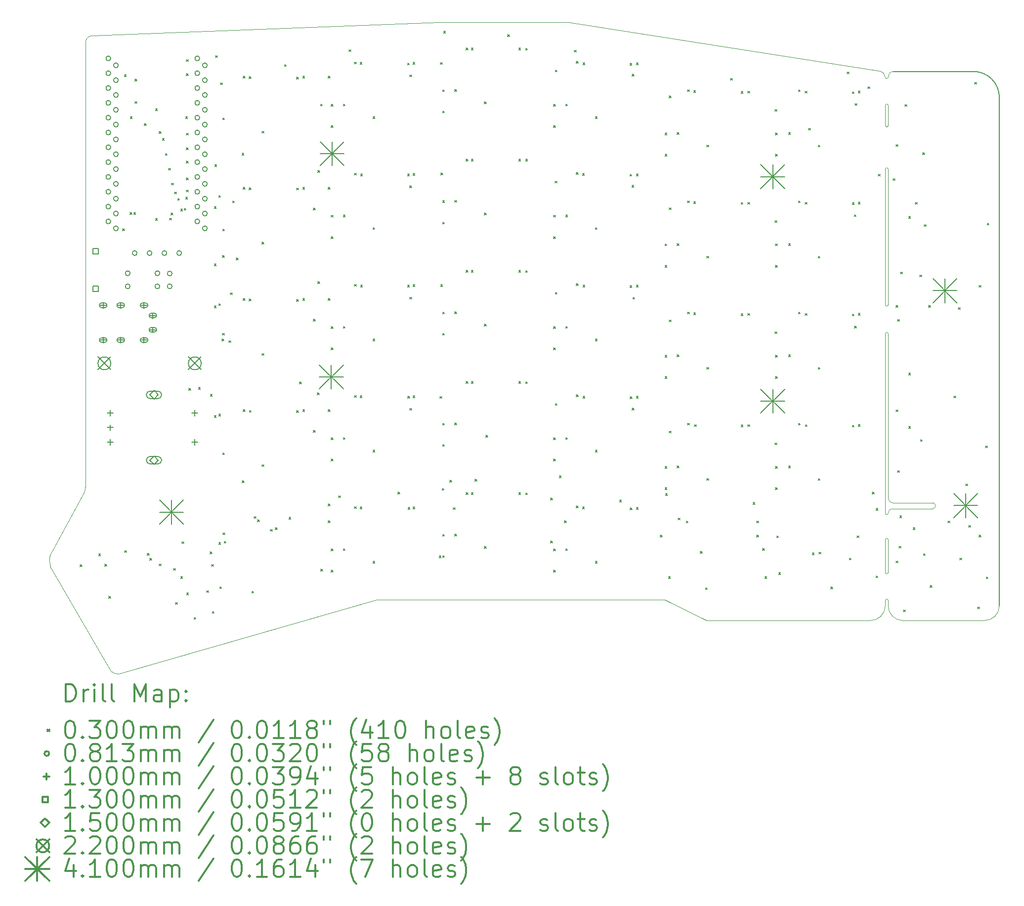
<source format=gbr>
%FSLAX45Y45*%
G04 Gerber Fmt 4.5, Leading zero omitted, Abs format (unit mm)*
G04 Created by KiCad (PCBNEW 5.1.10-88a1d61d58~90~ubuntu20.04.1) date 2022-01-18 13:39:48*
%MOMM*%
%LPD*%
G01*
G04 APERTURE LIST*
%TA.AperFunction,Profile*%
%ADD10C,0.100000*%
%TD*%
%TA.AperFunction,Profile*%
%ADD11C,0.150000*%
%TD*%
%ADD12C,0.200000*%
%ADD13C,0.300000*%
G04 APERTURE END LIST*
D10*
X22653912Y-11840664D02*
X23339712Y-11840664D01*
X22653912Y-11739064D02*
X23339712Y-11739064D01*
X23339712Y-11739064D02*
G75*
G02*
X23339712Y-11840664I0J-50800D01*
G01*
X22653912Y-11739064D02*
G75*
G02*
X22577712Y-11662864I0J76200D01*
G01*
X22577712Y-11916864D02*
G75*
G02*
X22653912Y-11840664I76200J0D01*
G01*
X22526912Y-4931864D02*
G75*
G02*
X22577712Y-4931864I25400J0D01*
G01*
X22577712Y-8343464D02*
G75*
G02*
X22526912Y-8343464I-25400J0D01*
G01*
X22526912Y-8843464D02*
G75*
G02*
X22577712Y-8843464I25400J0D01*
G01*
X22577712Y-11916864D02*
G75*
G02*
X22526912Y-11916864I-25400J0D01*
G01*
X22526912Y-12374064D02*
G75*
G02*
X22577712Y-12374064I25400J0D01*
G01*
X22577712Y-12932864D02*
X22577712Y-12374064D01*
X22526912Y-12374064D02*
X22526912Y-12932864D01*
X22577712Y-13504364D02*
X22577712Y-13415464D01*
X22526912Y-13504364D02*
X22526912Y-13415464D01*
X22577712Y-12932864D02*
G75*
G02*
X22526912Y-12932864I-25400J0D01*
G01*
D11*
X24482712Y-13504364D02*
X24482712Y-4792164D01*
D10*
X24228712Y-13758364D02*
X22831712Y-13758364D01*
X24482712Y-13504364D02*
G75*
G02*
X24228712Y-13758364I-254000J0D01*
G01*
X22577712Y-13504364D02*
G75*
G03*
X22831712Y-13758364I254000J0D01*
G01*
X22526912Y-13415464D02*
G75*
G02*
X22577712Y-13415464I25400J0D01*
G01*
X22272912Y-13758364D02*
X19466212Y-13758364D01*
X22526912Y-13504364D02*
G75*
G02*
X22272912Y-13758364I-254000J0D01*
G01*
X22577712Y-11662864D02*
X22577712Y-8843464D01*
X22526912Y-8843464D02*
X22526912Y-11916864D01*
X22577712Y-8343464D02*
X22577712Y-6024064D01*
X22526912Y-6024064D02*
G75*
G02*
X22577712Y-6024064I25400J0D01*
G01*
X22526912Y-6024064D02*
X22526912Y-8343464D01*
X22577712Y-5274764D02*
X22577712Y-4931864D01*
X22526912Y-4931864D02*
X22526912Y-5274764D01*
X22577712Y-5274764D02*
G75*
G02*
X22526912Y-5274764I-25400J0D01*
G01*
D11*
X24038212Y-4347664D02*
G75*
G02*
X24482712Y-4792164I0J-444500D01*
G01*
X22670676Y-4347664D02*
X24038212Y-4347664D01*
D10*
X22581776Y-4436564D02*
G75*
G02*
X22670676Y-4347664I88900J0D01*
G01*
X22581776Y-4436564D02*
G75*
G02*
X22522848Y-4436564I-29464J0D01*
G01*
X22447591Y-4344339D02*
G75*
G02*
X22522848Y-4436564I-26343J-98314D01*
G01*
X13815413Y-13400000D02*
X9390000Y-14675000D01*
X8919368Y-3734881D02*
X8942585Y-3732540D01*
X8897744Y-3741594D02*
X8919368Y-3734881D01*
X14900000Y-3500000D02*
X17095000Y-3500000D01*
X8827526Y-11440000D02*
X8827386Y-3847743D01*
X19466212Y-13758364D02*
X18750000Y-13400000D01*
X9290000Y-14650000D02*
X9335000Y-14665000D01*
X8215000Y-12790000D02*
X8210000Y-12730000D01*
X9335000Y-14665000D02*
X9390000Y-14675000D01*
X8820000Y-11505000D02*
X8800000Y-11565000D01*
X8210000Y-12730000D02*
X8210000Y-12690000D01*
X8210000Y-12690000D02*
X8220000Y-12640000D01*
X8230000Y-12840000D02*
X8215000Y-12790000D01*
X8827526Y-11440000D02*
X8820000Y-11505000D01*
X14900000Y-3500000D02*
X8942585Y-3732540D01*
X13815413Y-13400000D02*
X18750000Y-13400000D01*
X9255000Y-14620000D02*
X9290000Y-14650000D01*
X8847059Y-3783333D02*
X8861126Y-3766283D01*
X8827386Y-3847743D02*
X8829726Y-3824526D01*
X8836438Y-3802901D02*
X8847059Y-3783333D01*
X8220000Y-12640000D02*
X8800000Y-11565000D01*
X8878175Y-3752216D02*
X8897744Y-3741594D01*
X8861126Y-3766283D02*
X8878175Y-3752216D01*
X8829726Y-3824526D02*
X8836438Y-3802901D01*
X17095000Y-3500000D02*
X22447544Y-4344515D01*
X9255000Y-14620000D02*
X8230000Y-12840000D01*
D12*
X8735149Y-12800206D02*
X8765149Y-12830206D01*
X8765149Y-12800206D02*
X8735149Y-12830206D01*
X9052721Y-12616856D02*
X9082721Y-12646856D01*
X9082721Y-12616856D02*
X9052721Y-12646856D01*
X9161178Y-12795109D02*
X9191178Y-12825109D01*
X9191178Y-12795109D02*
X9161178Y-12825109D01*
X9228476Y-13343073D02*
X9258476Y-13373073D01*
X9258476Y-13343073D02*
X9228476Y-13373073D01*
X9465000Y-7045000D02*
X9495000Y-7075000D01*
X9495000Y-7045000D02*
X9465000Y-7075000D01*
X9495000Y-4405000D02*
X9525000Y-4435000D01*
X9525000Y-4405000D02*
X9495000Y-4435000D01*
X9499102Y-12559098D02*
X9529102Y-12589098D01*
X9529102Y-12559098D02*
X9499102Y-12589098D01*
X9590000Y-6765585D02*
X9620000Y-6795585D01*
X9620000Y-6765585D02*
X9590000Y-6795585D01*
X9595000Y-5124000D02*
X9625000Y-5154000D01*
X9625000Y-5124000D02*
X9595000Y-5154000D01*
X9655000Y-6765000D02*
X9685000Y-6795000D01*
X9685000Y-6765000D02*
X9655000Y-6795000D01*
X9675000Y-4481575D02*
X9705000Y-4511575D01*
X9705000Y-4481575D02*
X9675000Y-4511575D01*
X9675000Y-4865000D02*
X9705000Y-4895000D01*
X9705000Y-4865000D02*
X9675000Y-4895000D01*
X9836426Y-5243575D02*
X9866426Y-5273575D01*
X9866426Y-5243575D02*
X9836426Y-5273575D01*
X9884900Y-12606601D02*
X9914900Y-12636601D01*
X9914900Y-12606601D02*
X9884900Y-12636601D01*
X9929623Y-12690838D02*
X9959623Y-12720838D01*
X9959623Y-12690838D02*
X9929623Y-12720838D01*
X10025000Y-4989575D02*
X10055000Y-5019575D01*
X10055000Y-4989575D02*
X10025000Y-5019575D01*
X10025001Y-6865000D02*
X10055001Y-6895000D01*
X10055001Y-6865000D02*
X10025001Y-6895000D01*
X10090001Y-5378000D02*
X10120001Y-5408000D01*
X10120001Y-5378000D02*
X10090001Y-5408000D01*
X10091312Y-12790864D02*
X10121312Y-12820864D01*
X10121312Y-12790864D02*
X10091312Y-12820864D01*
X10143812Y-5497575D02*
X10173812Y-5527575D01*
X10173812Y-5497575D02*
X10143812Y-5527575D01*
X10196735Y-5755064D02*
X10226735Y-5785064D01*
X10226735Y-5755064D02*
X10196735Y-5785064D01*
X10249235Y-6009064D02*
X10279235Y-6039064D01*
X10279235Y-6009064D02*
X10249235Y-6039064D01*
X10267602Y-6862050D02*
X10297602Y-6892050D01*
X10297602Y-6862050D02*
X10267602Y-6892050D01*
X10295000Y-6775000D02*
X10325000Y-6805000D01*
X10325000Y-6775000D02*
X10295000Y-6805000D01*
X10301735Y-6263064D02*
X10331735Y-6293064D01*
X10331735Y-6263064D02*
X10301735Y-6293064D01*
X10334112Y-12867064D02*
X10364112Y-12897064D01*
X10364112Y-12867064D02*
X10334112Y-12897064D01*
X10354235Y-6413764D02*
X10384235Y-6443764D01*
X10384235Y-6413764D02*
X10354235Y-6443764D01*
X10370712Y-13451264D02*
X10400712Y-13481264D01*
X10400712Y-13451264D02*
X10370712Y-13481264D01*
X10406735Y-6522367D02*
X10436735Y-6552367D01*
X10436735Y-6522367D02*
X10406735Y-6552367D01*
X10459235Y-6707915D02*
X10489235Y-6737915D01*
X10489235Y-6707915D02*
X10459235Y-6737915D01*
X10459612Y-13006764D02*
X10489612Y-13036764D01*
X10489612Y-13006764D02*
X10459612Y-13036764D01*
X10478662Y-12409864D02*
X10508662Y-12439864D01*
X10508662Y-12409864D02*
X10478662Y-12439864D01*
X10517783Y-6692217D02*
X10547783Y-6722217D01*
X10547783Y-6692217D02*
X10517783Y-6722217D01*
X10545000Y-5125000D02*
X10575000Y-5155000D01*
X10575000Y-5125000D02*
X10545000Y-5155000D01*
X10545000Y-6505000D02*
X10575000Y-6535000D01*
X10575000Y-6505000D02*
X10545000Y-6535000D01*
X10554999Y-5655000D02*
X10584999Y-5685000D01*
X10584999Y-5655000D02*
X10554999Y-5685000D01*
X10555000Y-4385000D02*
X10585000Y-4415000D01*
X10585000Y-4385000D02*
X10555000Y-4415000D01*
X10555000Y-5885000D02*
X10585000Y-5915000D01*
X10585000Y-5885000D02*
X10555000Y-5915000D01*
X10555000Y-6175000D02*
X10585000Y-6205000D01*
X10585000Y-6175000D02*
X10555000Y-6205000D01*
X10555001Y-4145000D02*
X10585001Y-4175000D01*
X10585001Y-4145000D02*
X10555001Y-4175000D01*
X10555002Y-5405000D02*
X10585002Y-5435000D01*
X10585002Y-5405000D02*
X10555002Y-5435000D01*
X10558276Y-6380733D02*
X10588276Y-6410733D01*
X10588276Y-6380733D02*
X10558276Y-6410733D01*
X10561212Y-13286164D02*
X10591212Y-13316164D01*
X10591212Y-13286164D02*
X10561212Y-13316164D01*
X10599312Y-9780964D02*
X10629312Y-9810964D01*
X10629312Y-9780964D02*
X10599312Y-9810964D01*
X10688212Y-13705264D02*
X10718212Y-13735264D01*
X10718212Y-13705264D02*
X10688212Y-13735264D01*
X10762500Y-9762500D02*
X10792500Y-9792500D01*
X10792500Y-9762500D02*
X10762500Y-9792500D01*
X10904112Y-13248064D02*
X10934112Y-13278064D01*
X10934112Y-13248064D02*
X10904112Y-13278064D01*
X10960500Y-12583600D02*
X10990500Y-12613600D01*
X10990500Y-12583600D02*
X10960500Y-12613600D01*
X10967612Y-9882564D02*
X10997612Y-9912564D01*
X10997612Y-9882564D02*
X10967612Y-9912564D01*
X10988437Y-12796963D02*
X11018437Y-12826963D01*
X11018437Y-12796963D02*
X10988437Y-12826963D01*
X10999362Y-13603664D02*
X11029362Y-13633664D01*
X11029362Y-13603664D02*
X10999362Y-13633664D01*
X11034775Y-6664425D02*
X11064775Y-6694425D01*
X11064775Y-6664425D02*
X11034775Y-6694425D01*
X11034775Y-7645574D02*
X11064775Y-7675574D01*
X11064775Y-7645574D02*
X11034775Y-7675574D01*
X11034775Y-8364574D02*
X11064775Y-8394575D01*
X11064775Y-8364574D02*
X11034775Y-8394575D01*
X11034775Y-10244175D02*
X11064775Y-10274175D01*
X11064775Y-10244175D02*
X11034775Y-10274175D01*
X11043812Y-5945564D02*
X11073812Y-5975564D01*
X11073812Y-5945564D02*
X11043812Y-5975564D01*
X11056512Y-4078664D02*
X11086512Y-4108664D01*
X11086512Y-4078664D02*
X11056512Y-4108664D01*
X11110200Y-6472300D02*
X11140200Y-6502300D01*
X11140200Y-6472300D02*
X11110200Y-6502300D01*
X11110200Y-8325700D02*
X11140200Y-8355700D01*
X11140200Y-8325700D02*
X11110200Y-8355700D01*
X11110200Y-10218000D02*
X11140200Y-10248000D01*
X11140200Y-10218000D02*
X11110200Y-10248000D01*
X11110209Y-12421526D02*
X11140209Y-12451526D01*
X11140209Y-12421526D02*
X11110209Y-12451526D01*
X11129356Y-13178661D02*
X11159356Y-13208661D01*
X11159356Y-13178661D02*
X11129356Y-13208661D01*
X11141000Y-4544500D02*
X11171000Y-4574500D01*
X11171000Y-4544500D02*
X11141000Y-4574500D01*
X11167764Y-8935144D02*
X11197764Y-8965144D01*
X11197764Y-8935144D02*
X11167764Y-8965144D01*
X11175200Y-7502584D02*
X11205200Y-7532584D01*
X11205200Y-7502584D02*
X11175200Y-7532584D01*
X11175200Y-8834814D02*
X11205200Y-8864814D01*
X11205200Y-8834814D02*
X11175200Y-8864814D01*
X11177162Y-5145464D02*
X11207162Y-5175464D01*
X11207162Y-5145464D02*
X11177162Y-5175464D01*
X11177162Y-7050464D02*
X11207162Y-7080464D01*
X11207162Y-7050464D02*
X11177162Y-7080464D01*
X11177162Y-10885864D02*
X11207162Y-10915864D01*
X11207162Y-10885864D02*
X11177162Y-10915864D01*
X11180944Y-12257944D02*
X11210944Y-12287944D01*
X11210944Y-12257944D02*
X11180944Y-12287944D01*
X11203151Y-12400129D02*
X11233151Y-12430129D01*
X11233151Y-12400129D02*
X11203151Y-12430129D01*
X11285112Y-8961814D02*
X11315112Y-8991814D01*
X11315112Y-8961814D02*
X11285112Y-8991814D01*
X11310512Y-8142664D02*
X11340512Y-8172664D01*
X11340512Y-8142664D02*
X11310512Y-8172664D01*
X11348612Y-6567864D02*
X11378612Y-6597864D01*
X11378612Y-6567864D02*
X11348612Y-6597864D01*
X11412112Y-7545764D02*
X11442112Y-7575764D01*
X11442112Y-7545764D02*
X11412112Y-7575764D01*
X11507362Y-5748714D02*
X11537362Y-5778714D01*
X11537362Y-5748714D02*
X11507362Y-5778714D01*
X11513712Y-11362114D02*
X11543712Y-11392114D01*
X11543712Y-11362114D02*
X11513712Y-11392114D01*
X11532000Y-4430200D02*
X11562000Y-4460200D01*
X11562000Y-4430200D02*
X11532000Y-4460200D01*
X11532000Y-6333850D02*
X11562000Y-6363850D01*
X11562000Y-6333850D02*
X11532000Y-6363850D01*
X11532000Y-8240200D02*
X11562000Y-8270200D01*
X11562000Y-8240200D02*
X11532000Y-8270200D01*
X11532000Y-10145200D02*
X11562000Y-10175200D01*
X11562000Y-10145200D02*
X11532000Y-10175200D01*
X11632115Y-4436292D02*
X11662115Y-4466292D01*
X11662115Y-4436292D02*
X11632115Y-4466292D01*
X11632115Y-6339942D02*
X11662115Y-6369942D01*
X11662115Y-6339942D02*
X11632115Y-6369942D01*
X11632115Y-8246292D02*
X11662115Y-8276292D01*
X11662115Y-8246292D02*
X11632115Y-8276292D01*
X11634350Y-10155626D02*
X11664350Y-10185626D01*
X11664350Y-10155626D02*
X11634350Y-10185626D01*
X11676067Y-13255479D02*
X11706067Y-13285479D01*
X11706067Y-13255479D02*
X11676067Y-13285479D01*
X11716912Y-11978064D02*
X11746912Y-12008064D01*
X11746912Y-11978064D02*
X11716912Y-12008064D01*
X11775493Y-12031342D02*
X11805493Y-12061342D01*
X11805493Y-12031342D02*
X11775493Y-12061342D01*
X11852400Y-5371100D02*
X11882400Y-5401100D01*
X11882400Y-5371100D02*
X11852400Y-5401100D01*
X11852400Y-7274750D02*
X11882400Y-7304750D01*
X11882400Y-7274750D02*
X11852400Y-7304750D01*
X11852400Y-9181100D02*
X11882400Y-9211100D01*
X11882400Y-9181100D02*
X11852400Y-9211100D01*
X11852400Y-11086100D02*
X11882400Y-11116100D01*
X11882400Y-11086100D02*
X11852400Y-11116100D01*
X11994647Y-12195758D02*
X12024647Y-12225758D01*
X12024647Y-12195758D02*
X11994647Y-12225758D01*
X12077982Y-12167284D02*
X12107982Y-12197284D01*
X12107982Y-12167284D02*
X12077982Y-12197284D01*
X12237612Y-4231064D02*
X12267612Y-4261064D01*
X12267612Y-4231064D02*
X12237612Y-4261064D01*
X12313812Y-11988974D02*
X12343812Y-12018974D01*
X12343812Y-11988974D02*
X12313812Y-12018974D01*
X12445238Y-4444238D02*
X12475238Y-4474238D01*
X12475238Y-4444238D02*
X12445238Y-4474238D01*
X12445238Y-6347888D02*
X12475238Y-6377888D01*
X12475238Y-6347888D02*
X12445238Y-6377888D01*
X12445238Y-8254238D02*
X12475238Y-8284238D01*
X12475238Y-8254238D02*
X12445238Y-8284238D01*
X12445238Y-10159238D02*
X12475238Y-10189238D01*
X12475238Y-10159238D02*
X12445238Y-10189238D01*
X12496692Y-9671744D02*
X12526692Y-9701744D01*
X12526692Y-9671744D02*
X12496692Y-9701744D01*
X12551400Y-4430000D02*
X12581400Y-4460000D01*
X12581400Y-4430000D02*
X12551400Y-4460000D01*
X12551400Y-6333650D02*
X12581400Y-6363650D01*
X12581400Y-6333650D02*
X12551400Y-6363650D01*
X12551400Y-8240000D02*
X12581400Y-8270000D01*
X12581400Y-8240000D02*
X12551400Y-8270000D01*
X12551400Y-10145000D02*
X12581400Y-10175000D01*
X12581400Y-10145000D02*
X12551400Y-10175000D01*
X12731294Y-6689658D02*
X12761294Y-6719658D01*
X12761294Y-6689658D02*
X12731294Y-6719658D01*
X12731294Y-8596008D02*
X12761294Y-8626008D01*
X12761294Y-8596008D02*
X12731294Y-8626008D01*
X12731294Y-10501008D02*
X12761294Y-10531008D01*
X12761294Y-10501008D02*
X12731294Y-10531008D01*
X12798952Y-9854999D02*
X12828952Y-9884999D01*
X12828952Y-9854999D02*
X12798952Y-9884999D01*
X12809112Y-6043649D02*
X12839112Y-6073649D01*
X12839112Y-6043649D02*
X12809112Y-6073649D01*
X12809112Y-7949624D02*
X12839112Y-7979624D01*
X12839112Y-7949624D02*
X12809112Y-7979624D01*
X12855500Y-4906036D02*
X12885500Y-4936036D01*
X12885500Y-4906036D02*
X12855500Y-4936036D01*
X12859912Y-12879764D02*
X12889912Y-12909764D01*
X12889912Y-12879764D02*
X12859912Y-12909764D01*
X12985294Y-4430408D02*
X13015294Y-4460408D01*
X13015294Y-4430408D02*
X12985294Y-4460408D01*
X12985294Y-6334058D02*
X13015294Y-6364058D01*
X13015294Y-6334058D02*
X12985294Y-6364058D01*
X12985294Y-8240408D02*
X13015294Y-8270408D01*
X13015294Y-8240408D02*
X12985294Y-8270408D01*
X12985294Y-10145408D02*
X13015294Y-10175408D01*
X13015294Y-10145408D02*
X12985294Y-10175408D01*
X12985294Y-12050408D02*
X13015294Y-12080408D01*
X13015294Y-12050408D02*
X12985294Y-12080408D01*
X12986912Y-11759999D02*
X13016912Y-11789999D01*
X13016912Y-11759999D02*
X12986912Y-11789999D01*
X13035600Y-4910200D02*
X13065600Y-4940200D01*
X13065600Y-4910200D02*
X13035600Y-4940200D01*
X13035600Y-5276900D02*
X13065600Y-5306900D01*
X13065600Y-5276900D02*
X13035600Y-5306900D01*
X13035600Y-6813850D02*
X13065600Y-6843850D01*
X13065600Y-6813850D02*
X13035600Y-6843850D01*
X13035600Y-7180550D02*
X13065600Y-7210550D01*
X13065600Y-7180550D02*
X13035600Y-7210550D01*
X13035600Y-8720200D02*
X13065600Y-8750200D01*
X13065600Y-8720200D02*
X13035600Y-8750200D01*
X13035600Y-9086900D02*
X13065600Y-9116900D01*
X13065600Y-9086900D02*
X13035600Y-9116900D01*
X13035600Y-10625200D02*
X13065600Y-10655200D01*
X13065600Y-10625200D02*
X13035600Y-10655200D01*
X13035600Y-10991900D02*
X13065600Y-11021900D01*
X13065600Y-10991900D02*
X13035600Y-11021900D01*
X13035600Y-12530200D02*
X13065600Y-12560200D01*
X13065600Y-12530200D02*
X13035600Y-12560200D01*
X13035600Y-12896900D02*
X13065600Y-12926900D01*
X13065600Y-12896900D02*
X13035600Y-12926900D01*
X13164712Y-11622464D02*
X13194712Y-11652464D01*
X13194712Y-11622464D02*
X13164712Y-11652464D01*
X13244200Y-4905400D02*
X13274200Y-4935400D01*
X13274200Y-4905400D02*
X13244200Y-4935400D01*
X13244200Y-6809050D02*
X13274200Y-6839050D01*
X13274200Y-6809050D02*
X13244200Y-6839050D01*
X13244200Y-8715400D02*
X13274200Y-8745400D01*
X13274200Y-8715400D02*
X13244200Y-8745400D01*
X13244200Y-10620400D02*
X13274200Y-10650400D01*
X13274200Y-10620400D02*
X13244200Y-10650400D01*
X13244200Y-12525400D02*
X13274200Y-12555400D01*
X13274200Y-12525400D02*
X13244200Y-12555400D01*
X13342512Y-3977064D02*
X13372512Y-4007064D01*
X13372512Y-3977064D02*
X13342512Y-4007064D01*
X13437000Y-4188900D02*
X13467000Y-4218900D01*
X13467000Y-4188900D02*
X13437000Y-4218900D01*
X13437000Y-6092550D02*
X13467000Y-6122550D01*
X13467000Y-6092550D02*
X13437000Y-6122550D01*
X13437000Y-7998900D02*
X13467000Y-8028900D01*
X13467000Y-7998900D02*
X13437000Y-8028900D01*
X13437000Y-9903900D02*
X13467000Y-9933900D01*
X13467000Y-9903900D02*
X13437000Y-9933900D01*
X13437000Y-11808900D02*
X13467000Y-11838900D01*
X13467000Y-11808900D02*
X13437000Y-11838900D01*
X13532313Y-9907287D02*
X13562313Y-9937287D01*
X13562313Y-9907287D02*
X13532313Y-9937287D01*
X13532313Y-11812287D02*
X13562313Y-11842287D01*
X13562313Y-11812287D02*
X13532313Y-11842287D01*
X13533000Y-4192976D02*
X13563000Y-4222976D01*
X13563000Y-4192976D02*
X13533000Y-4222976D01*
X13539350Y-8009326D02*
X13569350Y-8039326D01*
X13569350Y-8009326D02*
X13539350Y-8039326D01*
X13540025Y-6103651D02*
X13570025Y-6133651D01*
X13570025Y-6103651D02*
X13540025Y-6133651D01*
X13752400Y-5121100D02*
X13782400Y-5151100D01*
X13782400Y-5121100D02*
X13752400Y-5151100D01*
X13752400Y-7024750D02*
X13782400Y-7054750D01*
X13782400Y-7024750D02*
X13752400Y-7054750D01*
X13752400Y-8931100D02*
X13782400Y-8961100D01*
X13782400Y-8931100D02*
X13752400Y-8961100D01*
X13752400Y-10836100D02*
X13782400Y-10866100D01*
X13782400Y-10836100D02*
X13752400Y-10866100D01*
X13752400Y-12741100D02*
X13782400Y-12771100D01*
X13782400Y-12741100D02*
X13752400Y-12771100D01*
X14180712Y-11558964D02*
X14210712Y-11588964D01*
X14210712Y-11558964D02*
X14180712Y-11588964D01*
X14345000Y-4204476D02*
X14375000Y-4234476D01*
X14375000Y-4204476D02*
X14345000Y-4234476D01*
X14345812Y-6103384D02*
X14375812Y-6133384D01*
X14375812Y-6103384D02*
X14345812Y-6133384D01*
X14345812Y-8009734D02*
X14375812Y-8039734D01*
X14375812Y-8009734D02*
X14345812Y-8039734D01*
X14347987Y-9916489D02*
X14377987Y-9946489D01*
X14377987Y-9916489D02*
X14347987Y-9946489D01*
X14352811Y-11820934D02*
X14382811Y-11850934D01*
X14382811Y-11820934D02*
X14352811Y-11850934D01*
X14383912Y-4406101D02*
X14413912Y-4436101D01*
X14413912Y-4406101D02*
X14383912Y-4436101D01*
X14383912Y-6309751D02*
X14413912Y-6339751D01*
X14413912Y-6309751D02*
X14383912Y-6339751D01*
X14383912Y-8216101D02*
X14413912Y-8246101D01*
X14413912Y-8216101D02*
X14383912Y-8246101D01*
X14383912Y-10121101D02*
X14413912Y-10151101D01*
X14413912Y-10121101D02*
X14383912Y-10151101D01*
X14437600Y-4193800D02*
X14467600Y-4223800D01*
X14467600Y-4193800D02*
X14437600Y-4223800D01*
X14437600Y-6097450D02*
X14467600Y-6127450D01*
X14467600Y-6097450D02*
X14437600Y-6127450D01*
X14437600Y-8003800D02*
X14467600Y-8033800D01*
X14467600Y-8003800D02*
X14437600Y-8033800D01*
X14437600Y-9908800D02*
X14467600Y-9938800D01*
X14467600Y-9908800D02*
X14437600Y-9938800D01*
X14437600Y-11813800D02*
X14467600Y-11843800D01*
X14467600Y-11813800D02*
X14437600Y-11843800D01*
X14885788Y-12651650D02*
X14915788Y-12681650D01*
X14915788Y-12651650D02*
X14885788Y-12681650D01*
X14898850Y-9917950D02*
X14928850Y-9947950D01*
X14928850Y-9917950D02*
X14898850Y-9947950D01*
X14906724Y-4195076D02*
X14936724Y-4225076D01*
X14936724Y-4195076D02*
X14906724Y-4225076D01*
X14911632Y-7999500D02*
X14941632Y-8029500D01*
X14941632Y-7999500D02*
X14911632Y-8029500D01*
X14915950Y-6089500D02*
X14945950Y-6119500D01*
X14945950Y-6089500D02*
X14915950Y-6119500D01*
X14936362Y-11495464D02*
X14966362Y-11525464D01*
X14966362Y-11495464D02*
X14936362Y-11525464D01*
X14945600Y-4660200D02*
X14975600Y-4690200D01*
X14975600Y-4660200D02*
X14945600Y-4690200D01*
X14945600Y-5026900D02*
X14975600Y-5056900D01*
X14975600Y-5026900D02*
X14945600Y-5056900D01*
X14945600Y-6563850D02*
X14975600Y-6593850D01*
X14975600Y-6563850D02*
X14945600Y-6593850D01*
X14945600Y-6930550D02*
X14975600Y-6960550D01*
X14975600Y-6930550D02*
X14945600Y-6960550D01*
X14945600Y-8470200D02*
X14975600Y-8500200D01*
X14975600Y-8470200D02*
X14945600Y-8500200D01*
X14945600Y-8836900D02*
X14975600Y-8866900D01*
X14975600Y-8836900D02*
X14945600Y-8866900D01*
X14945600Y-10375200D02*
X14975600Y-10405200D01*
X14975600Y-10375200D02*
X14945600Y-10405200D01*
X14945600Y-10741900D02*
X14975600Y-10771900D01*
X14975600Y-10741900D02*
X14945600Y-10771900D01*
X14945600Y-12280200D02*
X14975600Y-12310200D01*
X14975600Y-12280200D02*
X14945600Y-12310200D01*
X14945600Y-12646900D02*
X14975600Y-12676900D01*
X14975600Y-12646900D02*
X14945600Y-12676900D01*
X14961762Y-3659564D02*
X14991762Y-3689564D01*
X14991762Y-3659564D02*
X14961762Y-3689564D01*
X15069418Y-11355470D02*
X15099418Y-11385470D01*
X15099418Y-11355470D02*
X15069418Y-11385470D01*
X15126241Y-11824159D02*
X15156241Y-11854159D01*
X15156241Y-11824159D02*
X15126241Y-11854159D01*
X15154200Y-4655400D02*
X15184200Y-4685400D01*
X15184200Y-4655400D02*
X15154200Y-4685400D01*
X15154200Y-6559050D02*
X15184200Y-6589050D01*
X15184200Y-6559050D02*
X15154200Y-6589050D01*
X15154200Y-8465400D02*
X15184200Y-8495400D01*
X15184200Y-8465400D02*
X15154200Y-8495400D01*
X15154200Y-10370400D02*
X15184200Y-10400400D01*
X15184200Y-10370400D02*
X15154200Y-10400400D01*
X15154200Y-12275400D02*
X15184200Y-12305400D01*
X15184200Y-12275400D02*
X15154200Y-12305400D01*
X15346000Y-3947400D02*
X15376000Y-3977400D01*
X15376000Y-3947400D02*
X15346000Y-3977400D01*
X15346000Y-5851050D02*
X15376000Y-5881050D01*
X15376000Y-5851050D02*
X15346000Y-5881050D01*
X15346000Y-7757400D02*
X15376000Y-7787400D01*
X15376000Y-7757400D02*
X15346000Y-7787400D01*
X15346000Y-9662400D02*
X15376000Y-9692400D01*
X15376000Y-9662400D02*
X15346000Y-9692400D01*
X15346000Y-11567400D02*
X15376000Y-11597400D01*
X15376000Y-11567400D02*
X15346000Y-11597400D01*
X15437595Y-3947071D02*
X15467595Y-3977071D01*
X15467595Y-3947071D02*
X15437595Y-3977071D01*
X15437595Y-5850721D02*
X15467595Y-5880721D01*
X15467595Y-5850721D02*
X15437595Y-5880721D01*
X15437595Y-7757071D02*
X15467595Y-7787071D01*
X15467595Y-7757071D02*
X15437595Y-7787071D01*
X15437595Y-9662071D02*
X15467595Y-9692071D01*
X15467595Y-9662071D02*
X15437595Y-9692071D01*
X15437595Y-11567071D02*
X15467595Y-11597071D01*
X15467595Y-11567071D02*
X15437595Y-11597071D01*
X15501512Y-11338415D02*
X15531512Y-11368415D01*
X15531512Y-11338415D02*
X15501512Y-11368415D01*
X15662400Y-4871100D02*
X15692400Y-4901100D01*
X15692400Y-4871100D02*
X15662400Y-4901100D01*
X15662400Y-6774750D02*
X15692400Y-6804750D01*
X15692400Y-6774750D02*
X15662400Y-6804750D01*
X15662400Y-8681100D02*
X15692400Y-8711100D01*
X15692400Y-8681100D02*
X15662400Y-8711100D01*
X15662400Y-12491100D02*
X15692400Y-12521100D01*
X15692400Y-12491100D02*
X15662400Y-12521100D01*
X15687363Y-10586100D02*
X15717363Y-10616100D01*
X15717363Y-10586100D02*
X15687363Y-10616100D01*
X16060312Y-3717500D02*
X16090312Y-3747500D01*
X16090312Y-3717500D02*
X16060312Y-3747500D01*
X16250000Y-11567998D02*
X16280000Y-11597998D01*
X16280000Y-11567998D02*
X16250000Y-11597998D01*
X16250001Y-3947998D02*
X16280001Y-3977998D01*
X16280001Y-3947998D02*
X16250001Y-3977998D01*
X16250001Y-5851648D02*
X16280001Y-5881648D01*
X16280001Y-5851648D02*
X16250001Y-5881648D01*
X16250001Y-7757998D02*
X16280001Y-7787998D01*
X16280001Y-7757998D02*
X16250001Y-7787998D01*
X16250001Y-9662998D02*
X16280001Y-9692998D01*
X16280001Y-9662998D02*
X16250001Y-9692998D01*
X16369501Y-3948800D02*
X16399501Y-3978800D01*
X16399501Y-3948800D02*
X16369501Y-3978800D01*
X16369501Y-5852450D02*
X16399501Y-5882450D01*
X16399501Y-5852450D02*
X16369501Y-5882450D01*
X16369501Y-7758800D02*
X16399501Y-7788800D01*
X16399501Y-7758800D02*
X16369501Y-7788800D01*
X16369501Y-9663800D02*
X16399501Y-9693800D01*
X16399501Y-9663800D02*
X16369501Y-9693800D01*
X16369501Y-11568800D02*
X16399501Y-11598800D01*
X16399501Y-11568800D02*
X16369501Y-11598800D01*
X16796912Y-11660564D02*
X16826912Y-11690564D01*
X16826912Y-11660564D02*
X16796912Y-11690564D01*
X16796912Y-12397164D02*
X16826912Y-12427164D01*
X16826912Y-12397164D02*
X16796912Y-12427164D01*
X16845600Y-4910200D02*
X16875600Y-4940200D01*
X16875600Y-4910200D02*
X16845600Y-4940200D01*
X16845600Y-5276900D02*
X16875600Y-5306900D01*
X16875600Y-5276900D02*
X16845600Y-5306900D01*
X16845600Y-6813850D02*
X16875600Y-6843850D01*
X16875600Y-6813850D02*
X16845600Y-6843850D01*
X16845600Y-7180550D02*
X16875600Y-7210550D01*
X16875600Y-7180550D02*
X16845600Y-7210550D01*
X16845600Y-8720200D02*
X16875600Y-8750200D01*
X16875600Y-8720200D02*
X16845600Y-8750200D01*
X16845600Y-9086900D02*
X16875600Y-9116900D01*
X16875600Y-9086900D02*
X16845600Y-9116900D01*
X16845600Y-10625200D02*
X16875600Y-10655200D01*
X16875600Y-10625200D02*
X16845600Y-10655200D01*
X16845600Y-10991900D02*
X16875600Y-11021900D01*
X16875600Y-10991900D02*
X16845600Y-11021900D01*
X16845600Y-12530200D02*
X16875600Y-12560200D01*
X16875600Y-12530200D02*
X16845600Y-12560200D01*
X16845600Y-12896900D02*
X16875600Y-12926900D01*
X16875600Y-12896900D02*
X16845600Y-12926900D01*
X16873112Y-6226849D02*
X16903112Y-6256849D01*
X16903112Y-6226849D02*
X16873112Y-6256849D01*
X16875700Y-4323199D02*
X16905700Y-4353199D01*
X16905700Y-4323199D02*
X16875700Y-4353199D01*
X16875700Y-8133199D02*
X16905700Y-8163199D01*
X16905700Y-8133199D02*
X16875700Y-8163199D01*
X16875700Y-10038199D02*
X16905700Y-10068199D01*
X16905700Y-10038199D02*
X16875700Y-10068199D01*
X16942962Y-11279564D02*
X16972962Y-11309564D01*
X16972962Y-11279564D02*
X16942962Y-11309564D01*
X17033500Y-12050500D02*
X17063500Y-12080500D01*
X17063500Y-12050500D02*
X17033500Y-12080500D01*
X17054200Y-4905400D02*
X17084200Y-4935400D01*
X17084200Y-4905400D02*
X17054200Y-4935400D01*
X17054200Y-6809050D02*
X17084200Y-6839050D01*
X17084200Y-6809050D02*
X17054200Y-6839050D01*
X17054200Y-8715400D02*
X17084200Y-8745400D01*
X17084200Y-8715400D02*
X17054200Y-8745400D01*
X17054200Y-10620400D02*
X17084200Y-10650400D01*
X17084200Y-10620400D02*
X17054200Y-10650400D01*
X17054200Y-12525400D02*
X17084200Y-12555400D01*
X17084200Y-12525400D02*
X17054200Y-12555400D01*
X17203312Y-3984200D02*
X17233312Y-4014200D01*
X17233312Y-3984200D02*
X17203312Y-4014200D01*
X17234900Y-4176000D02*
X17264900Y-4206000D01*
X17264900Y-4176000D02*
X17234900Y-4206000D01*
X17234900Y-6079650D02*
X17264900Y-6109650D01*
X17264900Y-6079650D02*
X17234900Y-6109650D01*
X17234900Y-7986000D02*
X17264900Y-8016000D01*
X17264900Y-7986000D02*
X17234900Y-8016000D01*
X17234900Y-9891000D02*
X17264900Y-9921000D01*
X17264900Y-9891000D02*
X17234900Y-9921000D01*
X17234900Y-11796000D02*
X17264900Y-11826000D01*
X17264900Y-11796000D02*
X17234900Y-11826000D01*
X17342712Y-6095538D02*
X17372712Y-6125538D01*
X17372712Y-6095538D02*
X17342712Y-6125538D01*
X17342712Y-11811888D02*
X17372712Y-11841888D01*
X17372712Y-11811888D02*
X17342712Y-11841888D01*
X17349750Y-4198926D02*
X17379750Y-4228926D01*
X17379750Y-4198926D02*
X17349750Y-4228926D01*
X17349750Y-8008926D02*
X17379750Y-8038926D01*
X17379750Y-8008926D02*
X17349750Y-8038926D01*
X17349750Y-9913926D02*
X17379750Y-9943926D01*
X17379750Y-9913926D02*
X17349750Y-9943926D01*
X17562400Y-5121100D02*
X17592400Y-5151100D01*
X17592400Y-5121100D02*
X17562400Y-5151100D01*
X17562400Y-7024750D02*
X17592400Y-7054750D01*
X17592400Y-7024750D02*
X17562400Y-7054750D01*
X17562400Y-8931100D02*
X17592400Y-8961100D01*
X17592400Y-8931100D02*
X17562400Y-8961100D01*
X17562400Y-10836100D02*
X17592400Y-10866100D01*
X17592400Y-10836100D02*
X17562400Y-10866100D01*
X17562400Y-12741100D02*
X17592400Y-12771100D01*
X17592400Y-12741100D02*
X17562400Y-12771100D01*
X17978012Y-11692314D02*
X18008012Y-11722314D01*
X18008012Y-11692314D02*
X17978012Y-11722314D01*
X18155001Y-4206400D02*
X18185001Y-4236400D01*
X18185001Y-4206400D02*
X18155001Y-4236400D01*
X18155001Y-8016400D02*
X18185001Y-8046400D01*
X18185001Y-8016400D02*
X18155001Y-8046400D01*
X18155812Y-6110664D02*
X18185812Y-6140664D01*
X18185812Y-6110664D02*
X18155812Y-6140664D01*
X18157913Y-9922765D02*
X18187913Y-9952765D01*
X18187913Y-9922765D02*
X18157913Y-9952765D01*
X18157913Y-11827765D02*
X18187913Y-11857765D01*
X18187913Y-11827765D02*
X18157913Y-11857765D01*
X18187562Y-6301164D02*
X18217562Y-6331164D01*
X18217562Y-6301164D02*
X18187562Y-6331164D01*
X18193912Y-4396164D02*
X18223912Y-4426164D01*
X18223912Y-4396164D02*
X18193912Y-4426164D01*
X18193912Y-10117514D02*
X18223912Y-10147514D01*
X18223912Y-10117514D02*
X18193912Y-10147514D01*
X18206612Y-8216101D02*
X18236612Y-8246101D01*
X18236612Y-8216101D02*
X18206612Y-8246101D01*
X18263200Y-4201400D02*
X18293200Y-4231400D01*
X18293200Y-4201400D02*
X18263200Y-4231400D01*
X18263200Y-6105050D02*
X18293200Y-6135050D01*
X18293200Y-6105050D02*
X18263200Y-6135050D01*
X18263200Y-8011400D02*
X18293200Y-8041400D01*
X18293200Y-8011400D02*
X18263200Y-8041400D01*
X18263200Y-9916400D02*
X18293200Y-9946400D01*
X18293200Y-9916400D02*
X18263200Y-9946400D01*
X18263200Y-11821400D02*
X18293200Y-11851400D01*
X18293200Y-11821400D02*
X18263200Y-11851400D01*
X18676512Y-12295564D02*
X18706512Y-12325564D01*
X18706512Y-12295564D02*
X18676512Y-12325564D01*
X18755600Y-5400200D02*
X18785600Y-5430200D01*
X18785600Y-5400200D02*
X18755600Y-5430200D01*
X18755600Y-5766900D02*
X18785600Y-5796900D01*
X18785600Y-5766900D02*
X18755600Y-5796900D01*
X18755600Y-7303850D02*
X18785600Y-7333850D01*
X18785600Y-7303850D02*
X18755600Y-7333850D01*
X18755600Y-7670550D02*
X18785600Y-7700550D01*
X18785600Y-7670550D02*
X18755600Y-7700550D01*
X18755600Y-9210200D02*
X18785600Y-9240200D01*
X18785600Y-9210200D02*
X18755600Y-9240200D01*
X18755600Y-9576900D02*
X18785600Y-9606900D01*
X18785600Y-9576900D02*
X18755600Y-9606900D01*
X18755600Y-11115200D02*
X18785600Y-11145200D01*
X18785600Y-11115200D02*
X18755600Y-11145200D01*
X18755600Y-11481900D02*
X18785600Y-11511900D01*
X18785600Y-11481900D02*
X18755600Y-11511900D01*
X18765412Y-11584364D02*
X18795412Y-11614364D01*
X18795412Y-11584364D02*
X18765412Y-11614364D01*
X18816212Y-13006764D02*
X18846212Y-13036764D01*
X18846212Y-13006764D02*
X18816212Y-13036764D01*
X18829500Y-4765052D02*
X18859500Y-4795052D01*
X18859500Y-4765052D02*
X18829500Y-4795052D01*
X18829500Y-6685640D02*
X18859500Y-6715640D01*
X18859500Y-6685640D02*
X18829500Y-6715640D01*
X18829500Y-8608834D02*
X18859500Y-8638834D01*
X18859500Y-8608834D02*
X18829500Y-8638834D01*
X18829500Y-10510532D02*
X18859500Y-10540532D01*
X18859500Y-10510532D02*
X18829500Y-10540532D01*
X18964200Y-5395400D02*
X18994200Y-5425400D01*
X18994200Y-5395400D02*
X18964200Y-5425400D01*
X18964200Y-7299050D02*
X18994200Y-7329050D01*
X18994200Y-7299050D02*
X18964200Y-7329050D01*
X18964200Y-9205400D02*
X18994200Y-9235400D01*
X18994200Y-9205400D02*
X18964200Y-9235400D01*
X18964200Y-11110400D02*
X18994200Y-11140400D01*
X18994200Y-11110400D02*
X18964200Y-11140400D01*
X18981312Y-12003464D02*
X19011312Y-12033464D01*
X19011312Y-12003464D02*
X18981312Y-12033464D01*
X19121012Y-12054264D02*
X19151012Y-12084264D01*
X19151012Y-12054264D02*
X19121012Y-12084264D01*
X19139850Y-4660950D02*
X19169850Y-4690950D01*
X19169850Y-4660950D02*
X19139850Y-4690950D01*
X19139850Y-6564600D02*
X19169850Y-6594600D01*
X19169850Y-6564600D02*
X19139850Y-6594600D01*
X19139850Y-8470950D02*
X19169850Y-8500950D01*
X19169850Y-8470950D02*
X19139850Y-8500950D01*
X19139850Y-10375950D02*
X19169850Y-10405950D01*
X19169850Y-10375950D02*
X19139850Y-10405950D01*
X19247267Y-4676443D02*
X19277267Y-4706443D01*
X19277267Y-4676443D02*
X19247267Y-4706443D01*
X19247267Y-6580093D02*
X19277267Y-6610093D01*
X19277267Y-6580093D02*
X19247267Y-6610093D01*
X19247267Y-8486443D02*
X19277267Y-8516443D01*
X19277267Y-8486443D02*
X19247267Y-8516443D01*
X19260000Y-10403264D02*
X19290000Y-10433264D01*
X19290000Y-10403264D02*
X19260000Y-10433264D01*
X19362312Y-12574964D02*
X19392312Y-12604964D01*
X19392312Y-12574964D02*
X19362312Y-12604964D01*
X19451212Y-13197264D02*
X19481212Y-13227264D01*
X19481212Y-13197264D02*
X19451212Y-13227264D01*
X19472400Y-5611100D02*
X19502400Y-5641100D01*
X19502400Y-5611100D02*
X19472400Y-5641100D01*
X19472400Y-7514750D02*
X19502400Y-7544750D01*
X19502400Y-7514750D02*
X19472400Y-7544750D01*
X19472400Y-9421100D02*
X19502400Y-9451100D01*
X19502400Y-9421100D02*
X19472400Y-9451100D01*
X19472400Y-11326100D02*
X19502400Y-11356100D01*
X19502400Y-11326100D02*
X19472400Y-11356100D01*
X19876662Y-4466800D02*
X19906662Y-4496800D01*
X19906662Y-4466800D02*
X19876662Y-4496800D01*
X20061236Y-4689365D02*
X20091236Y-4719365D01*
X20091236Y-4689365D02*
X20061236Y-4719365D01*
X20061236Y-6593015D02*
X20091236Y-6623015D01*
X20091236Y-6593015D02*
X20061236Y-6623015D01*
X20061236Y-8499365D02*
X20091236Y-8529365D01*
X20091236Y-8499365D02*
X20061236Y-8529365D01*
X20061236Y-10404365D02*
X20091236Y-10434365D01*
X20091236Y-10404365D02*
X20061236Y-10434365D01*
X20172600Y-4688800D02*
X20202600Y-4718800D01*
X20202600Y-4688800D02*
X20172600Y-4718800D01*
X20172600Y-6592450D02*
X20202600Y-6622450D01*
X20202600Y-6592450D02*
X20172600Y-6622450D01*
X20172600Y-8498800D02*
X20202600Y-8528800D01*
X20202600Y-8498800D02*
X20172600Y-8528800D01*
X20172600Y-10403800D02*
X20202600Y-10433800D01*
X20202600Y-10403800D02*
X20172600Y-10433800D01*
X20264012Y-11736764D02*
X20294012Y-11766764D01*
X20294012Y-11736764D02*
X20264012Y-11766764D01*
X20327512Y-12054264D02*
X20357512Y-12084264D01*
X20357512Y-12054264D02*
X20327512Y-12084264D01*
X20327512Y-12295564D02*
X20357512Y-12325564D01*
X20357512Y-12295564D02*
X20327512Y-12325564D01*
X20429112Y-12524164D02*
X20459112Y-12554164D01*
X20459112Y-12524164D02*
X20429112Y-12554164D01*
X20467212Y-13006764D02*
X20497212Y-13036764D01*
X20497212Y-13006764D02*
X20467212Y-13036764D01*
X20640600Y-5001700D02*
X20670600Y-5031700D01*
X20670600Y-5001700D02*
X20640600Y-5031700D01*
X20640600Y-6905350D02*
X20670600Y-6935350D01*
X20670600Y-6905350D02*
X20640600Y-6935350D01*
X20640600Y-8811700D02*
X20670600Y-8841700D01*
X20670600Y-8811700D02*
X20640600Y-8841700D01*
X20640600Y-10716700D02*
X20670600Y-10746700D01*
X20670600Y-10716700D02*
X20640600Y-10746700D01*
X20646550Y-5400200D02*
X20676550Y-5430200D01*
X20676550Y-5400200D02*
X20646550Y-5430200D01*
X20646550Y-5766900D02*
X20676550Y-5796900D01*
X20676550Y-5766900D02*
X20646550Y-5796900D01*
X20646550Y-7303850D02*
X20676550Y-7333850D01*
X20676550Y-7303850D02*
X20646550Y-7333850D01*
X20646550Y-7670550D02*
X20676550Y-7700550D01*
X20676550Y-7670550D02*
X20646550Y-7700550D01*
X20646550Y-9210200D02*
X20676550Y-9240200D01*
X20676550Y-9210200D02*
X20646550Y-9240200D01*
X20646550Y-9576900D02*
X20676550Y-9606900D01*
X20676550Y-9576900D02*
X20646550Y-9606900D01*
X20646550Y-11115200D02*
X20676550Y-11145200D01*
X20676550Y-11115200D02*
X20646550Y-11145200D01*
X20646550Y-11481900D02*
X20676550Y-11511900D01*
X20676550Y-11481900D02*
X20646550Y-11511900D01*
X20670412Y-12308264D02*
X20700412Y-12338264D01*
X20700412Y-12308264D02*
X20670412Y-12338264D01*
X20701762Y-12937314D02*
X20731762Y-12967314D01*
X20731762Y-12937314D02*
X20701762Y-12967314D01*
X20874200Y-5395400D02*
X20904200Y-5425400D01*
X20904200Y-5395400D02*
X20874200Y-5425400D01*
X20874200Y-7299050D02*
X20904200Y-7329050D01*
X20904200Y-7299050D02*
X20874200Y-7329050D01*
X20874200Y-9205400D02*
X20904200Y-9235400D01*
X20904200Y-9205400D02*
X20874200Y-9235400D01*
X20874200Y-11110400D02*
X20904200Y-11140400D01*
X20904200Y-11110400D02*
X20874200Y-11140400D01*
X21041600Y-4663000D02*
X21071600Y-4693000D01*
X21071600Y-4663000D02*
X21041600Y-4693000D01*
X21041600Y-6566650D02*
X21071600Y-6596650D01*
X21071600Y-6566650D02*
X21041600Y-6596650D01*
X21041600Y-8473000D02*
X21071600Y-8503000D01*
X21071600Y-8473000D02*
X21041600Y-8503000D01*
X21041600Y-10378000D02*
X21071600Y-10408000D01*
X21071600Y-10378000D02*
X21041600Y-10408000D01*
X21157164Y-4686640D02*
X21187164Y-4716640D01*
X21187164Y-4686640D02*
X21157164Y-4716640D01*
X21157164Y-6590290D02*
X21187164Y-6620290D01*
X21187164Y-6590290D02*
X21157164Y-6620290D01*
X21157164Y-8496640D02*
X21187164Y-8526640D01*
X21187164Y-8496640D02*
X21157164Y-8526640D01*
X21159362Y-10401640D02*
X21189362Y-10431640D01*
X21189362Y-10401640D02*
X21159362Y-10431640D01*
X21216512Y-5323264D02*
X21246512Y-5353264D01*
X21246512Y-5323264D02*
X21216512Y-5353264D01*
X21280012Y-12600364D02*
X21310012Y-12630364D01*
X21310012Y-12600364D02*
X21280012Y-12630364D01*
X21382400Y-5611100D02*
X21412400Y-5641100D01*
X21412400Y-5611100D02*
X21382400Y-5641100D01*
X21382400Y-7514750D02*
X21412400Y-7544750D01*
X21412400Y-7514750D02*
X21382400Y-7544750D01*
X21382400Y-9421100D02*
X21412400Y-9451100D01*
X21412400Y-9421100D02*
X21382400Y-9451100D01*
X21382400Y-11326100D02*
X21412400Y-11356100D01*
X21412400Y-11326100D02*
X21382400Y-11356100D01*
X21394312Y-12587664D02*
X21424312Y-12617664D01*
X21424312Y-12587664D02*
X21394312Y-12617664D01*
X21597512Y-13184564D02*
X21627512Y-13214564D01*
X21627512Y-13184564D02*
X21597512Y-13214564D01*
X21876912Y-4358064D02*
X21906912Y-4388064D01*
X21906912Y-4358064D02*
X21876912Y-4388064D01*
X21915012Y-12689264D02*
X21945012Y-12719264D01*
X21945012Y-12689264D02*
X21915012Y-12719264D01*
X21965738Y-4693738D02*
X21995738Y-4723738D01*
X21995738Y-4693738D02*
X21965738Y-4723738D01*
X21965738Y-6597388D02*
X21995738Y-6627388D01*
X21995738Y-6597388D02*
X21965738Y-6627388D01*
X21965738Y-8503738D02*
X21995738Y-8533738D01*
X21995738Y-8503738D02*
X21965738Y-8533738D01*
X21965738Y-10408738D02*
X21995738Y-10438738D01*
X21995738Y-10408738D02*
X21965738Y-10438738D01*
X21997562Y-6802814D02*
X22027562Y-6832814D01*
X22027562Y-6802814D02*
X21997562Y-6832814D01*
X22003912Y-8714164D02*
X22033912Y-8744164D01*
X22033912Y-8714164D02*
X22003912Y-8744164D01*
X22010262Y-4897814D02*
X22040262Y-4927814D01*
X22040262Y-4897814D02*
X22010262Y-4927814D01*
X22045176Y-12305100D02*
X22075176Y-12335100D01*
X22075176Y-12305100D02*
X22045176Y-12335100D01*
X22067400Y-4684000D02*
X22097400Y-4714000D01*
X22097400Y-4684000D02*
X22067400Y-4714000D01*
X22067400Y-6587650D02*
X22097400Y-6617650D01*
X22097400Y-6587650D02*
X22067400Y-6617650D01*
X22067400Y-8494000D02*
X22097400Y-8524000D01*
X22097400Y-8494000D02*
X22067400Y-8524000D01*
X22067400Y-10399000D02*
X22097400Y-10429000D01*
X22097400Y-10399000D02*
X22067400Y-10429000D01*
X22232512Y-4612064D02*
X22262512Y-4642064D01*
X22262512Y-4612064D02*
X22232512Y-4642064D01*
X22308712Y-11558964D02*
X22338712Y-11588964D01*
X22338712Y-11558964D02*
X22308712Y-11588964D01*
X22372212Y-11838364D02*
X22402212Y-11868364D01*
X22402212Y-11838364D02*
X22372212Y-11868364D01*
X22372212Y-12994064D02*
X22402212Y-13024064D01*
X22402212Y-12994064D02*
X22372212Y-13024064D01*
X22410312Y-6110664D02*
X22440312Y-6140664D01*
X22440312Y-6110664D02*
X22410312Y-6140664D01*
X22664312Y-6186864D02*
X22694312Y-6216864D01*
X22694312Y-6186864D02*
X22664312Y-6216864D01*
X22715112Y-5602664D02*
X22745112Y-5632664D01*
X22745112Y-5602664D02*
X22715112Y-5632664D01*
X22715112Y-8358564D02*
X22745112Y-8388564D01*
X22745112Y-8358564D02*
X22715112Y-8388564D01*
X22715112Y-10149264D02*
X22745112Y-10179264D01*
X22745112Y-10149264D02*
X22715112Y-10179264D01*
X22715112Y-12740064D02*
X22745112Y-12770064D01*
X22745112Y-12740064D02*
X22715112Y-12770064D01*
X22740512Y-8599864D02*
X22770512Y-8629864D01*
X22770512Y-8599864D02*
X22740512Y-8629864D01*
X22740512Y-11190664D02*
X22770512Y-11220664D01*
X22770512Y-11190664D02*
X22740512Y-11220664D01*
X22766062Y-12485914D02*
X22796062Y-12515914D01*
X22796062Y-12485914D02*
X22766062Y-12515914D01*
X22778762Y-11965514D02*
X22808762Y-11995514D01*
X22808762Y-11965514D02*
X22778762Y-11995514D01*
X22791312Y-7787064D02*
X22821312Y-7817064D01*
X22821312Y-7787064D02*
X22791312Y-7817064D01*
X22842112Y-13578264D02*
X22872112Y-13608264D01*
X22872112Y-13578264D02*
X22842112Y-13608264D01*
X22867512Y-4916864D02*
X22897512Y-4946864D01*
X22897512Y-4916864D02*
X22867512Y-4946864D01*
X22930100Y-6835476D02*
X22960100Y-6865476D01*
X22960100Y-6835476D02*
X22930100Y-6865476D01*
X22930100Y-9515176D02*
X22960100Y-9545176D01*
X22960100Y-9515176D02*
X22930100Y-9545176D01*
X22930100Y-10429576D02*
X22960100Y-10459576D01*
X22960100Y-10429576D02*
X22930100Y-10459576D01*
X23007212Y-12168564D02*
X23037212Y-12198564D01*
X23037212Y-12168564D02*
X23007212Y-12198564D01*
X23045312Y-6593264D02*
X23075312Y-6623264D01*
X23075312Y-6593264D02*
X23045312Y-6623264D01*
X23121512Y-7837864D02*
X23151512Y-7867864D01*
X23151512Y-7837864D02*
X23121512Y-7867864D01*
X23134212Y-10657264D02*
X23164212Y-10687264D01*
X23164212Y-10657264D02*
X23134212Y-10687264D01*
X23172312Y-5742364D02*
X23202312Y-5772364D01*
X23202312Y-5742364D02*
X23172312Y-5772364D01*
X23185012Y-12613064D02*
X23215012Y-12643064D01*
X23215012Y-12613064D02*
X23185012Y-12643064D01*
X23197712Y-6974264D02*
X23227712Y-7004264D01*
X23227712Y-6974264D02*
X23197712Y-7004264D01*
X23273912Y-8358564D02*
X23303912Y-8388564D01*
X23303912Y-8358564D02*
X23273912Y-8388564D01*
X23299312Y-13159164D02*
X23329312Y-13189164D01*
X23329312Y-13159164D02*
X23299312Y-13189164D01*
X23604112Y-12054264D02*
X23634112Y-12084264D01*
X23634112Y-12054264D02*
X23604112Y-12084264D01*
X23703088Y-9910588D02*
X23733088Y-9940588D01*
X23733088Y-9910588D02*
X23703088Y-9940588D01*
X23781912Y-8396664D02*
X23811912Y-8426664D01*
X23811912Y-8396664D02*
X23781912Y-8426664D01*
X23807312Y-12689264D02*
X23837312Y-12719264D01*
X23837312Y-12689264D02*
X23807312Y-12719264D01*
X23908912Y-11419264D02*
X23938912Y-11449264D01*
X23938912Y-11419264D02*
X23908912Y-11449264D01*
X23959712Y-12130464D02*
X23989712Y-12160464D01*
X23989712Y-12130464D02*
X23959712Y-12160464D01*
X24061312Y-4535864D02*
X24091312Y-4565864D01*
X24091312Y-4535864D02*
X24061312Y-4565864D01*
X24112112Y-13527464D02*
X24142112Y-13557464D01*
X24142112Y-13527464D02*
X24112112Y-13557464D01*
X24137512Y-8015664D02*
X24167512Y-8045664D01*
X24167512Y-8015664D02*
X24137512Y-8045664D01*
X24137512Y-12295564D02*
X24167512Y-12325564D01*
X24167512Y-12295564D02*
X24137512Y-12325564D01*
X24247748Y-10767500D02*
X24277748Y-10797500D01*
X24277748Y-10767500D02*
X24247748Y-10797500D01*
X24260000Y-13011276D02*
X24290000Y-13041276D01*
X24290000Y-13011276D02*
X24260000Y-13041276D01*
X24277212Y-6948864D02*
X24307212Y-6978864D01*
X24307212Y-6948864D02*
X24277212Y-6978864D01*
X9258640Y-4123000D02*
G75*
G03*
X9258640Y-4123000I-40640J0D01*
G01*
X9258640Y-4377000D02*
G75*
G03*
X9258640Y-4377000I-40640J0D01*
G01*
X9258640Y-4631000D02*
G75*
G03*
X9258640Y-4631000I-40640J0D01*
G01*
X9258640Y-4885000D02*
G75*
G03*
X9258640Y-4885000I-40640J0D01*
G01*
X9258640Y-5139000D02*
G75*
G03*
X9258640Y-5139000I-40640J0D01*
G01*
X9258640Y-5393000D02*
G75*
G03*
X9258640Y-5393000I-40640J0D01*
G01*
X9258640Y-5647000D02*
G75*
G03*
X9258640Y-5647000I-40640J0D01*
G01*
X9258640Y-5901000D02*
G75*
G03*
X9258640Y-5901000I-40640J0D01*
G01*
X9258640Y-6155000D02*
G75*
G03*
X9258640Y-6155000I-40640J0D01*
G01*
X9258640Y-6409000D02*
G75*
G03*
X9258640Y-6409000I-40640J0D01*
G01*
X9258640Y-6663000D02*
G75*
G03*
X9258640Y-6663000I-40640J0D01*
G01*
X9258640Y-6917000D02*
G75*
G03*
X9258640Y-6917000I-40640J0D01*
G01*
X9388522Y-4242575D02*
G75*
G03*
X9388522Y-4242575I-40640J0D01*
G01*
X9388522Y-4496575D02*
G75*
G03*
X9388522Y-4496575I-40640J0D01*
G01*
X9388522Y-4750575D02*
G75*
G03*
X9388522Y-4750575I-40640J0D01*
G01*
X9388522Y-5004575D02*
G75*
G03*
X9388522Y-5004575I-40640J0D01*
G01*
X9388522Y-5258575D02*
G75*
G03*
X9388522Y-5258575I-40640J0D01*
G01*
X9388522Y-5512575D02*
G75*
G03*
X9388522Y-5512575I-40640J0D01*
G01*
X9388522Y-5766574D02*
G75*
G03*
X9388522Y-5766574I-40640J0D01*
G01*
X9388522Y-6020574D02*
G75*
G03*
X9388522Y-6020574I-40640J0D01*
G01*
X9388522Y-6274574D02*
G75*
G03*
X9388522Y-6274574I-40640J0D01*
G01*
X9388522Y-6528574D02*
G75*
G03*
X9388522Y-6528574I-40640J0D01*
G01*
X9388522Y-6782574D02*
G75*
G03*
X9388522Y-6782574I-40640J0D01*
G01*
X9388522Y-7036574D02*
G75*
G03*
X9388522Y-7036574I-40640J0D01*
G01*
X9590567Y-7806196D02*
G75*
G03*
X9590567Y-7806196I-40640J0D01*
G01*
X9590567Y-8031196D02*
G75*
G03*
X9590567Y-8031196I-40640J0D01*
G01*
X9710640Y-7460000D02*
G75*
G03*
X9710640Y-7460000I-40640J0D01*
G01*
X9964640Y-7460000D02*
G75*
G03*
X9964640Y-7460000I-40640J0D01*
G01*
X10098567Y-7806196D02*
G75*
G03*
X10098567Y-7806196I-40640J0D01*
G01*
X10098567Y-8031196D02*
G75*
G03*
X10098567Y-8031196I-40640J0D01*
G01*
X10218640Y-7460000D02*
G75*
G03*
X10218640Y-7460000I-40640J0D01*
G01*
X10310640Y-7810000D02*
G75*
G03*
X10310640Y-7810000I-40640J0D01*
G01*
X10310640Y-8030000D02*
G75*
G03*
X10310640Y-8030000I-40640J0D01*
G01*
X10472640Y-7460000D02*
G75*
G03*
X10472640Y-7460000I-40640J0D01*
G01*
X10782640Y-4123000D02*
G75*
G03*
X10782640Y-4123000I-40640J0D01*
G01*
X10782640Y-4377000D02*
G75*
G03*
X10782640Y-4377000I-40640J0D01*
G01*
X10782640Y-4631000D02*
G75*
G03*
X10782640Y-4631000I-40640J0D01*
G01*
X10782640Y-4885000D02*
G75*
G03*
X10782640Y-4885000I-40640J0D01*
G01*
X10782640Y-5139000D02*
G75*
G03*
X10782640Y-5139000I-40640J0D01*
G01*
X10782640Y-5393000D02*
G75*
G03*
X10782640Y-5393000I-40640J0D01*
G01*
X10782640Y-5647000D02*
G75*
G03*
X10782640Y-5647000I-40640J0D01*
G01*
X10782640Y-5901000D02*
G75*
G03*
X10782640Y-5901000I-40640J0D01*
G01*
X10782640Y-6155000D02*
G75*
G03*
X10782640Y-6155000I-40640J0D01*
G01*
X10782640Y-6409000D02*
G75*
G03*
X10782640Y-6409000I-40640J0D01*
G01*
X10782640Y-6663000D02*
G75*
G03*
X10782640Y-6663000I-40640J0D01*
G01*
X10782640Y-6917000D02*
G75*
G03*
X10782640Y-6917000I-40640J0D01*
G01*
X10912522Y-4242575D02*
G75*
G03*
X10912522Y-4242575I-40640J0D01*
G01*
X10912522Y-4496575D02*
G75*
G03*
X10912522Y-4496575I-40640J0D01*
G01*
X10912522Y-4750575D02*
G75*
G03*
X10912522Y-4750575I-40640J0D01*
G01*
X10912522Y-5004575D02*
G75*
G03*
X10912522Y-5004575I-40640J0D01*
G01*
X10912522Y-5258575D02*
G75*
G03*
X10912522Y-5258575I-40640J0D01*
G01*
X10912522Y-5512575D02*
G75*
G03*
X10912522Y-5512575I-40640J0D01*
G01*
X10912522Y-5766574D02*
G75*
G03*
X10912522Y-5766574I-40640J0D01*
G01*
X10912522Y-6020574D02*
G75*
G03*
X10912522Y-6020574I-40640J0D01*
G01*
X10912522Y-6274574D02*
G75*
G03*
X10912522Y-6274574I-40640J0D01*
G01*
X10912522Y-6528574D02*
G75*
G03*
X10912522Y-6528574I-40640J0D01*
G01*
X10912522Y-6782574D02*
G75*
G03*
X10912522Y-6782574I-40640J0D01*
G01*
X10912522Y-7036574D02*
G75*
G03*
X10912522Y-7036574I-40640J0D01*
G01*
X9130000Y-8305000D02*
X9130000Y-8405000D01*
X9080000Y-8355000D02*
X9180000Y-8355000D01*
X9105000Y-8395000D02*
X9155000Y-8395000D01*
X9105000Y-8315000D02*
X9155000Y-8315000D01*
X9155000Y-8395000D02*
G75*
G03*
X9155000Y-8315000I0J40000D01*
G01*
X9105000Y-8315000D02*
G75*
G03*
X9105000Y-8395000I0J-40000D01*
G01*
X9130000Y-8900000D02*
X9130000Y-9000000D01*
X9080000Y-8950000D02*
X9180000Y-8950000D01*
X9105000Y-8990000D02*
X9155000Y-8990000D01*
X9105000Y-8910000D02*
X9155000Y-8910000D01*
X9155000Y-8990000D02*
G75*
G03*
X9155000Y-8910000I0J40000D01*
G01*
X9105000Y-8910000D02*
G75*
G03*
X9105000Y-8990000I0J-40000D01*
G01*
X9250000Y-10150000D02*
X9250000Y-10250000D01*
X9200000Y-10200000D02*
X9300000Y-10200000D01*
X9250000Y-10400000D02*
X9250000Y-10500000D01*
X9200000Y-10450000D02*
X9300000Y-10450000D01*
X9250000Y-10650000D02*
X9250000Y-10750000D01*
X9200000Y-10700000D02*
X9300000Y-10700000D01*
X9430000Y-8305000D02*
X9430000Y-8405000D01*
X9380000Y-8355000D02*
X9480000Y-8355000D01*
X9405000Y-8395000D02*
X9455000Y-8395000D01*
X9405000Y-8315000D02*
X9455000Y-8315000D01*
X9455000Y-8395000D02*
G75*
G03*
X9455000Y-8315000I0J40000D01*
G01*
X9405000Y-8315000D02*
G75*
G03*
X9405000Y-8395000I0J-40000D01*
G01*
X9430000Y-8900000D02*
X9430000Y-9000000D01*
X9380000Y-8950000D02*
X9480000Y-8950000D01*
X9405000Y-8990000D02*
X9455000Y-8990000D01*
X9405000Y-8910000D02*
X9455000Y-8910000D01*
X9455000Y-8990000D02*
G75*
G03*
X9455000Y-8910000I0J40000D01*
G01*
X9405000Y-8910000D02*
G75*
G03*
X9405000Y-8990000I0J-40000D01*
G01*
X9830000Y-8305000D02*
X9830000Y-8405000D01*
X9780000Y-8355000D02*
X9880000Y-8355000D01*
X9805000Y-8395000D02*
X9855000Y-8395000D01*
X9805000Y-8315000D02*
X9855000Y-8315000D01*
X9855000Y-8395000D02*
G75*
G03*
X9855000Y-8315000I0J40000D01*
G01*
X9805000Y-8315000D02*
G75*
G03*
X9805000Y-8395000I0J-40000D01*
G01*
X9830000Y-8900000D02*
X9830000Y-9000000D01*
X9780000Y-8950000D02*
X9880000Y-8950000D01*
X9805000Y-8990000D02*
X9855000Y-8990000D01*
X9805000Y-8910000D02*
X9855000Y-8910000D01*
X9855000Y-8990000D02*
G75*
G03*
X9855000Y-8910000I0J40000D01*
G01*
X9805000Y-8910000D02*
G75*
G03*
X9805000Y-8990000I0J-40000D01*
G01*
X9980000Y-8480000D02*
X9980000Y-8580000D01*
X9930000Y-8530000D02*
X10030000Y-8530000D01*
X9955000Y-8570000D02*
X10005000Y-8570000D01*
X9955000Y-8490000D02*
X10005000Y-8490000D01*
X10005000Y-8570000D02*
G75*
G03*
X10005000Y-8490000I0J40000D01*
G01*
X9955000Y-8490000D02*
G75*
G03*
X9955000Y-8570000I0J-40000D01*
G01*
X9980000Y-8725000D02*
X9980000Y-8825000D01*
X9930000Y-8775000D02*
X10030000Y-8775000D01*
X9955000Y-8815000D02*
X10005000Y-8815000D01*
X9955000Y-8735000D02*
X10005000Y-8735000D01*
X10005000Y-8815000D02*
G75*
G03*
X10005000Y-8735000I0J40000D01*
G01*
X9955000Y-8735000D02*
G75*
G03*
X9955000Y-8815000I0J-40000D01*
G01*
X10700000Y-10150000D02*
X10700000Y-10250000D01*
X10650000Y-10200000D02*
X10750000Y-10200000D01*
X10700000Y-10650000D02*
X10700000Y-10750000D01*
X10650000Y-10700000D02*
X10750000Y-10700000D01*
X9045962Y-7470962D02*
X9045962Y-7379038D01*
X8954038Y-7379038D01*
X8954038Y-7470962D01*
X9045962Y-7470962D01*
X9045962Y-8120962D02*
X9045962Y-8029038D01*
X8954038Y-8029038D01*
X8954038Y-8120962D01*
X9045962Y-8120962D01*
X10000000Y-9965000D02*
X10075000Y-9890000D01*
X10000000Y-9815000D01*
X9925000Y-9890000D01*
X10000000Y-9965000D01*
X9935000Y-9955000D02*
X10065000Y-9955000D01*
X9935000Y-9825000D02*
X10065000Y-9825000D01*
X10065000Y-9955000D02*
G75*
G03*
X10065000Y-9825000I0J65000D01*
G01*
X9935000Y-9825000D02*
G75*
G03*
X9935000Y-9955000I0J-65000D01*
G01*
X10000000Y-11085000D02*
X10075000Y-11010000D01*
X10000000Y-10935000D01*
X9925000Y-11010000D01*
X10000000Y-11085000D01*
X9935000Y-11075000D02*
X10065000Y-11075000D01*
X9935000Y-10945000D02*
X10065000Y-10945000D01*
X10065000Y-11075000D02*
G75*
G03*
X10065000Y-10945000I0J65000D01*
G01*
X9935000Y-10945000D02*
G75*
G03*
X9935000Y-11075000I0J-65000D01*
G01*
X9040000Y-9240000D02*
X9260000Y-9460000D01*
X9260000Y-9240000D02*
X9040000Y-9460000D01*
X9260000Y-9350000D02*
G75*
G03*
X9260000Y-9350000I-110000J0D01*
G01*
X10590000Y-9240000D02*
X10810000Y-9460000D01*
X10810000Y-9240000D02*
X10590000Y-9460000D01*
X10810000Y-9350000D02*
G75*
G03*
X10810000Y-9350000I-110000J0D01*
G01*
X10095000Y-11695000D02*
X10505000Y-12105000D01*
X10505000Y-11695000D02*
X10095000Y-12105000D01*
X10300000Y-11695000D02*
X10300000Y-12105000D01*
X10095000Y-11900000D02*
X10505000Y-11900000D01*
X12832512Y-9380264D02*
X13242512Y-9790264D01*
X13242512Y-9380264D02*
X12832512Y-9790264D01*
X13037512Y-9380264D02*
X13037512Y-9790264D01*
X12832512Y-9585264D02*
X13242512Y-9585264D01*
X12847712Y-5552364D02*
X13257712Y-5962364D01*
X13257712Y-5552364D02*
X12847712Y-5962364D01*
X13052712Y-5552364D02*
X13052712Y-5962364D01*
X12847712Y-5757364D02*
X13257712Y-5757364D01*
X20395000Y-5945000D02*
X20805000Y-6355000D01*
X20805000Y-5945000D02*
X20395000Y-6355000D01*
X20600000Y-5945000D02*
X20600000Y-6355000D01*
X20395000Y-6150000D02*
X20805000Y-6150000D01*
X20395000Y-9795000D02*
X20805000Y-10205000D01*
X20805000Y-9795000D02*
X20395000Y-10205000D01*
X20600000Y-9795000D02*
X20600000Y-10205000D01*
X20395000Y-10000000D02*
X20805000Y-10000000D01*
X23345812Y-7899364D02*
X23755812Y-8309364D01*
X23755812Y-7899364D02*
X23345812Y-8309364D01*
X23550812Y-7899364D02*
X23550812Y-8309364D01*
X23345812Y-8104364D02*
X23755812Y-8104364D01*
X23701412Y-11582364D02*
X24111412Y-11992364D01*
X24111412Y-11582364D02*
X23701412Y-11992364D01*
X23906412Y-11582364D02*
X23906412Y-11992364D01*
X23701412Y-11787364D02*
X24111412Y-11787364D01*
D13*
X8491428Y-15145714D02*
X8491428Y-14845714D01*
X8562857Y-14845714D01*
X8605714Y-14860000D01*
X8634286Y-14888571D01*
X8648571Y-14917143D01*
X8662857Y-14974286D01*
X8662857Y-15017143D01*
X8648571Y-15074286D01*
X8634286Y-15102857D01*
X8605714Y-15131429D01*
X8562857Y-15145714D01*
X8491428Y-15145714D01*
X8791428Y-15145714D02*
X8791428Y-14945714D01*
X8791428Y-15002857D02*
X8805714Y-14974286D01*
X8820000Y-14960000D01*
X8848571Y-14945714D01*
X8877143Y-14945714D01*
X8977143Y-15145714D02*
X8977143Y-14945714D01*
X8977143Y-14845714D02*
X8962857Y-14860000D01*
X8977143Y-14874286D01*
X8991428Y-14860000D01*
X8977143Y-14845714D01*
X8977143Y-14874286D01*
X9162857Y-15145714D02*
X9134286Y-15131429D01*
X9120000Y-15102857D01*
X9120000Y-14845714D01*
X9320000Y-15145714D02*
X9291428Y-15131429D01*
X9277143Y-15102857D01*
X9277143Y-14845714D01*
X9662857Y-15145714D02*
X9662857Y-14845714D01*
X9762857Y-15060000D01*
X9862857Y-14845714D01*
X9862857Y-15145714D01*
X10134286Y-15145714D02*
X10134286Y-14988571D01*
X10120000Y-14960000D01*
X10091428Y-14945714D01*
X10034286Y-14945714D01*
X10005714Y-14960000D01*
X10134286Y-15131429D02*
X10105714Y-15145714D01*
X10034286Y-15145714D01*
X10005714Y-15131429D01*
X9991428Y-15102857D01*
X9991428Y-15074286D01*
X10005714Y-15045714D01*
X10034286Y-15031429D01*
X10105714Y-15031429D01*
X10134286Y-15017143D01*
X10277143Y-14945714D02*
X10277143Y-15245714D01*
X10277143Y-14960000D02*
X10305714Y-14945714D01*
X10362857Y-14945714D01*
X10391428Y-14960000D01*
X10405714Y-14974286D01*
X10420000Y-15002857D01*
X10420000Y-15088571D01*
X10405714Y-15117143D01*
X10391428Y-15131429D01*
X10362857Y-15145714D01*
X10305714Y-15145714D01*
X10277143Y-15131429D01*
X10548571Y-15117143D02*
X10562857Y-15131429D01*
X10548571Y-15145714D01*
X10534286Y-15131429D01*
X10548571Y-15117143D01*
X10548571Y-15145714D01*
X10548571Y-14960000D02*
X10562857Y-14974286D01*
X10548571Y-14988571D01*
X10534286Y-14974286D01*
X10548571Y-14960000D01*
X10548571Y-14988571D01*
X8175000Y-15625000D02*
X8205000Y-15655000D01*
X8205000Y-15625000D02*
X8175000Y-15655000D01*
X8548571Y-15475714D02*
X8577143Y-15475714D01*
X8605714Y-15490000D01*
X8620000Y-15504286D01*
X8634286Y-15532857D01*
X8648571Y-15590000D01*
X8648571Y-15661429D01*
X8634286Y-15718571D01*
X8620000Y-15747143D01*
X8605714Y-15761429D01*
X8577143Y-15775714D01*
X8548571Y-15775714D01*
X8520000Y-15761429D01*
X8505714Y-15747143D01*
X8491428Y-15718571D01*
X8477143Y-15661429D01*
X8477143Y-15590000D01*
X8491428Y-15532857D01*
X8505714Y-15504286D01*
X8520000Y-15490000D01*
X8548571Y-15475714D01*
X8777143Y-15747143D02*
X8791428Y-15761429D01*
X8777143Y-15775714D01*
X8762857Y-15761429D01*
X8777143Y-15747143D01*
X8777143Y-15775714D01*
X8891428Y-15475714D02*
X9077143Y-15475714D01*
X8977143Y-15590000D01*
X9020000Y-15590000D01*
X9048571Y-15604286D01*
X9062857Y-15618571D01*
X9077143Y-15647143D01*
X9077143Y-15718571D01*
X9062857Y-15747143D01*
X9048571Y-15761429D01*
X9020000Y-15775714D01*
X8934286Y-15775714D01*
X8905714Y-15761429D01*
X8891428Y-15747143D01*
X9262857Y-15475714D02*
X9291428Y-15475714D01*
X9320000Y-15490000D01*
X9334286Y-15504286D01*
X9348571Y-15532857D01*
X9362857Y-15590000D01*
X9362857Y-15661429D01*
X9348571Y-15718571D01*
X9334286Y-15747143D01*
X9320000Y-15761429D01*
X9291428Y-15775714D01*
X9262857Y-15775714D01*
X9234286Y-15761429D01*
X9220000Y-15747143D01*
X9205714Y-15718571D01*
X9191428Y-15661429D01*
X9191428Y-15590000D01*
X9205714Y-15532857D01*
X9220000Y-15504286D01*
X9234286Y-15490000D01*
X9262857Y-15475714D01*
X9548571Y-15475714D02*
X9577143Y-15475714D01*
X9605714Y-15490000D01*
X9620000Y-15504286D01*
X9634286Y-15532857D01*
X9648571Y-15590000D01*
X9648571Y-15661429D01*
X9634286Y-15718571D01*
X9620000Y-15747143D01*
X9605714Y-15761429D01*
X9577143Y-15775714D01*
X9548571Y-15775714D01*
X9520000Y-15761429D01*
X9505714Y-15747143D01*
X9491428Y-15718571D01*
X9477143Y-15661429D01*
X9477143Y-15590000D01*
X9491428Y-15532857D01*
X9505714Y-15504286D01*
X9520000Y-15490000D01*
X9548571Y-15475714D01*
X9777143Y-15775714D02*
X9777143Y-15575714D01*
X9777143Y-15604286D02*
X9791428Y-15590000D01*
X9820000Y-15575714D01*
X9862857Y-15575714D01*
X9891428Y-15590000D01*
X9905714Y-15618571D01*
X9905714Y-15775714D01*
X9905714Y-15618571D02*
X9920000Y-15590000D01*
X9948571Y-15575714D01*
X9991428Y-15575714D01*
X10020000Y-15590000D01*
X10034286Y-15618571D01*
X10034286Y-15775714D01*
X10177143Y-15775714D02*
X10177143Y-15575714D01*
X10177143Y-15604286D02*
X10191428Y-15590000D01*
X10220000Y-15575714D01*
X10262857Y-15575714D01*
X10291428Y-15590000D01*
X10305714Y-15618571D01*
X10305714Y-15775714D01*
X10305714Y-15618571D02*
X10320000Y-15590000D01*
X10348571Y-15575714D01*
X10391428Y-15575714D01*
X10420000Y-15590000D01*
X10434286Y-15618571D01*
X10434286Y-15775714D01*
X11020000Y-15461429D02*
X10762857Y-15847143D01*
X11405714Y-15475714D02*
X11434286Y-15475714D01*
X11462857Y-15490000D01*
X11477143Y-15504286D01*
X11491428Y-15532857D01*
X11505714Y-15590000D01*
X11505714Y-15661429D01*
X11491428Y-15718571D01*
X11477143Y-15747143D01*
X11462857Y-15761429D01*
X11434286Y-15775714D01*
X11405714Y-15775714D01*
X11377143Y-15761429D01*
X11362857Y-15747143D01*
X11348571Y-15718571D01*
X11334286Y-15661429D01*
X11334286Y-15590000D01*
X11348571Y-15532857D01*
X11362857Y-15504286D01*
X11377143Y-15490000D01*
X11405714Y-15475714D01*
X11634286Y-15747143D02*
X11648571Y-15761429D01*
X11634286Y-15775714D01*
X11620000Y-15761429D01*
X11634286Y-15747143D01*
X11634286Y-15775714D01*
X11834286Y-15475714D02*
X11862857Y-15475714D01*
X11891428Y-15490000D01*
X11905714Y-15504286D01*
X11920000Y-15532857D01*
X11934286Y-15590000D01*
X11934286Y-15661429D01*
X11920000Y-15718571D01*
X11905714Y-15747143D01*
X11891428Y-15761429D01*
X11862857Y-15775714D01*
X11834286Y-15775714D01*
X11805714Y-15761429D01*
X11791428Y-15747143D01*
X11777143Y-15718571D01*
X11762857Y-15661429D01*
X11762857Y-15590000D01*
X11777143Y-15532857D01*
X11791428Y-15504286D01*
X11805714Y-15490000D01*
X11834286Y-15475714D01*
X12220000Y-15775714D02*
X12048571Y-15775714D01*
X12134286Y-15775714D02*
X12134286Y-15475714D01*
X12105714Y-15518571D01*
X12077143Y-15547143D01*
X12048571Y-15561429D01*
X12505714Y-15775714D02*
X12334286Y-15775714D01*
X12420000Y-15775714D02*
X12420000Y-15475714D01*
X12391428Y-15518571D01*
X12362857Y-15547143D01*
X12334286Y-15561429D01*
X12677143Y-15604286D02*
X12648571Y-15590000D01*
X12634286Y-15575714D01*
X12620000Y-15547143D01*
X12620000Y-15532857D01*
X12634286Y-15504286D01*
X12648571Y-15490000D01*
X12677143Y-15475714D01*
X12734286Y-15475714D01*
X12762857Y-15490000D01*
X12777143Y-15504286D01*
X12791428Y-15532857D01*
X12791428Y-15547143D01*
X12777143Y-15575714D01*
X12762857Y-15590000D01*
X12734286Y-15604286D01*
X12677143Y-15604286D01*
X12648571Y-15618571D01*
X12634286Y-15632857D01*
X12620000Y-15661429D01*
X12620000Y-15718571D01*
X12634286Y-15747143D01*
X12648571Y-15761429D01*
X12677143Y-15775714D01*
X12734286Y-15775714D01*
X12762857Y-15761429D01*
X12777143Y-15747143D01*
X12791428Y-15718571D01*
X12791428Y-15661429D01*
X12777143Y-15632857D01*
X12762857Y-15618571D01*
X12734286Y-15604286D01*
X12905714Y-15475714D02*
X12905714Y-15532857D01*
X13020000Y-15475714D02*
X13020000Y-15532857D01*
X13462857Y-15890000D02*
X13448571Y-15875714D01*
X13420000Y-15832857D01*
X13405714Y-15804286D01*
X13391428Y-15761429D01*
X13377143Y-15690000D01*
X13377143Y-15632857D01*
X13391428Y-15561429D01*
X13405714Y-15518571D01*
X13420000Y-15490000D01*
X13448571Y-15447143D01*
X13462857Y-15432857D01*
X13705714Y-15575714D02*
X13705714Y-15775714D01*
X13634286Y-15461429D02*
X13562857Y-15675714D01*
X13748571Y-15675714D01*
X14020000Y-15775714D02*
X13848571Y-15775714D01*
X13934286Y-15775714D02*
X13934286Y-15475714D01*
X13905714Y-15518571D01*
X13877143Y-15547143D01*
X13848571Y-15561429D01*
X14205714Y-15475714D02*
X14234286Y-15475714D01*
X14262857Y-15490000D01*
X14277143Y-15504286D01*
X14291428Y-15532857D01*
X14305714Y-15590000D01*
X14305714Y-15661429D01*
X14291428Y-15718571D01*
X14277143Y-15747143D01*
X14262857Y-15761429D01*
X14234286Y-15775714D01*
X14205714Y-15775714D01*
X14177143Y-15761429D01*
X14162857Y-15747143D01*
X14148571Y-15718571D01*
X14134286Y-15661429D01*
X14134286Y-15590000D01*
X14148571Y-15532857D01*
X14162857Y-15504286D01*
X14177143Y-15490000D01*
X14205714Y-15475714D01*
X14662857Y-15775714D02*
X14662857Y-15475714D01*
X14791428Y-15775714D02*
X14791428Y-15618571D01*
X14777143Y-15590000D01*
X14748571Y-15575714D01*
X14705714Y-15575714D01*
X14677143Y-15590000D01*
X14662857Y-15604286D01*
X14977143Y-15775714D02*
X14948571Y-15761429D01*
X14934286Y-15747143D01*
X14920000Y-15718571D01*
X14920000Y-15632857D01*
X14934286Y-15604286D01*
X14948571Y-15590000D01*
X14977143Y-15575714D01*
X15020000Y-15575714D01*
X15048571Y-15590000D01*
X15062857Y-15604286D01*
X15077143Y-15632857D01*
X15077143Y-15718571D01*
X15062857Y-15747143D01*
X15048571Y-15761429D01*
X15020000Y-15775714D01*
X14977143Y-15775714D01*
X15248571Y-15775714D02*
X15220000Y-15761429D01*
X15205714Y-15732857D01*
X15205714Y-15475714D01*
X15477143Y-15761429D02*
X15448571Y-15775714D01*
X15391428Y-15775714D01*
X15362857Y-15761429D01*
X15348571Y-15732857D01*
X15348571Y-15618571D01*
X15362857Y-15590000D01*
X15391428Y-15575714D01*
X15448571Y-15575714D01*
X15477143Y-15590000D01*
X15491428Y-15618571D01*
X15491428Y-15647143D01*
X15348571Y-15675714D01*
X15605714Y-15761429D02*
X15634286Y-15775714D01*
X15691428Y-15775714D01*
X15720000Y-15761429D01*
X15734286Y-15732857D01*
X15734286Y-15718571D01*
X15720000Y-15690000D01*
X15691428Y-15675714D01*
X15648571Y-15675714D01*
X15620000Y-15661429D01*
X15605714Y-15632857D01*
X15605714Y-15618571D01*
X15620000Y-15590000D01*
X15648571Y-15575714D01*
X15691428Y-15575714D01*
X15720000Y-15590000D01*
X15834286Y-15890000D02*
X15848571Y-15875714D01*
X15877143Y-15832857D01*
X15891428Y-15804286D01*
X15905714Y-15761429D01*
X15920000Y-15690000D01*
X15920000Y-15632857D01*
X15905714Y-15561429D01*
X15891428Y-15518571D01*
X15877143Y-15490000D01*
X15848571Y-15447143D01*
X15834286Y-15432857D01*
X8205000Y-16036000D02*
G75*
G03*
X8205000Y-16036000I-40640J0D01*
G01*
X8548571Y-15871714D02*
X8577143Y-15871714D01*
X8605714Y-15886000D01*
X8620000Y-15900286D01*
X8634286Y-15928857D01*
X8648571Y-15986000D01*
X8648571Y-16057429D01*
X8634286Y-16114571D01*
X8620000Y-16143143D01*
X8605714Y-16157429D01*
X8577143Y-16171714D01*
X8548571Y-16171714D01*
X8520000Y-16157429D01*
X8505714Y-16143143D01*
X8491428Y-16114571D01*
X8477143Y-16057429D01*
X8477143Y-15986000D01*
X8491428Y-15928857D01*
X8505714Y-15900286D01*
X8520000Y-15886000D01*
X8548571Y-15871714D01*
X8777143Y-16143143D02*
X8791428Y-16157429D01*
X8777143Y-16171714D01*
X8762857Y-16157429D01*
X8777143Y-16143143D01*
X8777143Y-16171714D01*
X8962857Y-16000286D02*
X8934286Y-15986000D01*
X8920000Y-15971714D01*
X8905714Y-15943143D01*
X8905714Y-15928857D01*
X8920000Y-15900286D01*
X8934286Y-15886000D01*
X8962857Y-15871714D01*
X9020000Y-15871714D01*
X9048571Y-15886000D01*
X9062857Y-15900286D01*
X9077143Y-15928857D01*
X9077143Y-15943143D01*
X9062857Y-15971714D01*
X9048571Y-15986000D01*
X9020000Y-16000286D01*
X8962857Y-16000286D01*
X8934286Y-16014571D01*
X8920000Y-16028857D01*
X8905714Y-16057429D01*
X8905714Y-16114571D01*
X8920000Y-16143143D01*
X8934286Y-16157429D01*
X8962857Y-16171714D01*
X9020000Y-16171714D01*
X9048571Y-16157429D01*
X9062857Y-16143143D01*
X9077143Y-16114571D01*
X9077143Y-16057429D01*
X9062857Y-16028857D01*
X9048571Y-16014571D01*
X9020000Y-16000286D01*
X9362857Y-16171714D02*
X9191428Y-16171714D01*
X9277143Y-16171714D02*
X9277143Y-15871714D01*
X9248571Y-15914571D01*
X9220000Y-15943143D01*
X9191428Y-15957429D01*
X9462857Y-15871714D02*
X9648571Y-15871714D01*
X9548571Y-15986000D01*
X9591428Y-15986000D01*
X9620000Y-16000286D01*
X9634286Y-16014571D01*
X9648571Y-16043143D01*
X9648571Y-16114571D01*
X9634286Y-16143143D01*
X9620000Y-16157429D01*
X9591428Y-16171714D01*
X9505714Y-16171714D01*
X9477143Y-16157429D01*
X9462857Y-16143143D01*
X9777143Y-16171714D02*
X9777143Y-15971714D01*
X9777143Y-16000286D02*
X9791428Y-15986000D01*
X9820000Y-15971714D01*
X9862857Y-15971714D01*
X9891428Y-15986000D01*
X9905714Y-16014571D01*
X9905714Y-16171714D01*
X9905714Y-16014571D02*
X9920000Y-15986000D01*
X9948571Y-15971714D01*
X9991428Y-15971714D01*
X10020000Y-15986000D01*
X10034286Y-16014571D01*
X10034286Y-16171714D01*
X10177143Y-16171714D02*
X10177143Y-15971714D01*
X10177143Y-16000286D02*
X10191428Y-15986000D01*
X10220000Y-15971714D01*
X10262857Y-15971714D01*
X10291428Y-15986000D01*
X10305714Y-16014571D01*
X10305714Y-16171714D01*
X10305714Y-16014571D02*
X10320000Y-15986000D01*
X10348571Y-15971714D01*
X10391428Y-15971714D01*
X10420000Y-15986000D01*
X10434286Y-16014571D01*
X10434286Y-16171714D01*
X11020000Y-15857429D02*
X10762857Y-16243143D01*
X11405714Y-15871714D02*
X11434286Y-15871714D01*
X11462857Y-15886000D01*
X11477143Y-15900286D01*
X11491428Y-15928857D01*
X11505714Y-15986000D01*
X11505714Y-16057429D01*
X11491428Y-16114571D01*
X11477143Y-16143143D01*
X11462857Y-16157429D01*
X11434286Y-16171714D01*
X11405714Y-16171714D01*
X11377143Y-16157429D01*
X11362857Y-16143143D01*
X11348571Y-16114571D01*
X11334286Y-16057429D01*
X11334286Y-15986000D01*
X11348571Y-15928857D01*
X11362857Y-15900286D01*
X11377143Y-15886000D01*
X11405714Y-15871714D01*
X11634286Y-16143143D02*
X11648571Y-16157429D01*
X11634286Y-16171714D01*
X11620000Y-16157429D01*
X11634286Y-16143143D01*
X11634286Y-16171714D01*
X11834286Y-15871714D02*
X11862857Y-15871714D01*
X11891428Y-15886000D01*
X11905714Y-15900286D01*
X11920000Y-15928857D01*
X11934286Y-15986000D01*
X11934286Y-16057429D01*
X11920000Y-16114571D01*
X11905714Y-16143143D01*
X11891428Y-16157429D01*
X11862857Y-16171714D01*
X11834286Y-16171714D01*
X11805714Y-16157429D01*
X11791428Y-16143143D01*
X11777143Y-16114571D01*
X11762857Y-16057429D01*
X11762857Y-15986000D01*
X11777143Y-15928857D01*
X11791428Y-15900286D01*
X11805714Y-15886000D01*
X11834286Y-15871714D01*
X12034286Y-15871714D02*
X12220000Y-15871714D01*
X12120000Y-15986000D01*
X12162857Y-15986000D01*
X12191428Y-16000286D01*
X12205714Y-16014571D01*
X12220000Y-16043143D01*
X12220000Y-16114571D01*
X12205714Y-16143143D01*
X12191428Y-16157429D01*
X12162857Y-16171714D01*
X12077143Y-16171714D01*
X12048571Y-16157429D01*
X12034286Y-16143143D01*
X12334286Y-15900286D02*
X12348571Y-15886000D01*
X12377143Y-15871714D01*
X12448571Y-15871714D01*
X12477143Y-15886000D01*
X12491428Y-15900286D01*
X12505714Y-15928857D01*
X12505714Y-15957429D01*
X12491428Y-16000286D01*
X12320000Y-16171714D01*
X12505714Y-16171714D01*
X12691428Y-15871714D02*
X12720000Y-15871714D01*
X12748571Y-15886000D01*
X12762857Y-15900286D01*
X12777143Y-15928857D01*
X12791428Y-15986000D01*
X12791428Y-16057429D01*
X12777143Y-16114571D01*
X12762857Y-16143143D01*
X12748571Y-16157429D01*
X12720000Y-16171714D01*
X12691428Y-16171714D01*
X12662857Y-16157429D01*
X12648571Y-16143143D01*
X12634286Y-16114571D01*
X12620000Y-16057429D01*
X12620000Y-15986000D01*
X12634286Y-15928857D01*
X12648571Y-15900286D01*
X12662857Y-15886000D01*
X12691428Y-15871714D01*
X12905714Y-15871714D02*
X12905714Y-15928857D01*
X13020000Y-15871714D02*
X13020000Y-15928857D01*
X13462857Y-16286000D02*
X13448571Y-16271714D01*
X13420000Y-16228857D01*
X13405714Y-16200286D01*
X13391428Y-16157429D01*
X13377143Y-16086000D01*
X13377143Y-16028857D01*
X13391428Y-15957429D01*
X13405714Y-15914571D01*
X13420000Y-15886000D01*
X13448571Y-15843143D01*
X13462857Y-15828857D01*
X13720000Y-15871714D02*
X13577143Y-15871714D01*
X13562857Y-16014571D01*
X13577143Y-16000286D01*
X13605714Y-15986000D01*
X13677143Y-15986000D01*
X13705714Y-16000286D01*
X13720000Y-16014571D01*
X13734286Y-16043143D01*
X13734286Y-16114571D01*
X13720000Y-16143143D01*
X13705714Y-16157429D01*
X13677143Y-16171714D01*
X13605714Y-16171714D01*
X13577143Y-16157429D01*
X13562857Y-16143143D01*
X13905714Y-16000286D02*
X13877143Y-15986000D01*
X13862857Y-15971714D01*
X13848571Y-15943143D01*
X13848571Y-15928857D01*
X13862857Y-15900286D01*
X13877143Y-15886000D01*
X13905714Y-15871714D01*
X13962857Y-15871714D01*
X13991428Y-15886000D01*
X14005714Y-15900286D01*
X14020000Y-15928857D01*
X14020000Y-15943143D01*
X14005714Y-15971714D01*
X13991428Y-15986000D01*
X13962857Y-16000286D01*
X13905714Y-16000286D01*
X13877143Y-16014571D01*
X13862857Y-16028857D01*
X13848571Y-16057429D01*
X13848571Y-16114571D01*
X13862857Y-16143143D01*
X13877143Y-16157429D01*
X13905714Y-16171714D01*
X13962857Y-16171714D01*
X13991428Y-16157429D01*
X14005714Y-16143143D01*
X14020000Y-16114571D01*
X14020000Y-16057429D01*
X14005714Y-16028857D01*
X13991428Y-16014571D01*
X13962857Y-16000286D01*
X14377143Y-16171714D02*
X14377143Y-15871714D01*
X14505714Y-16171714D02*
X14505714Y-16014571D01*
X14491428Y-15986000D01*
X14462857Y-15971714D01*
X14420000Y-15971714D01*
X14391428Y-15986000D01*
X14377143Y-16000286D01*
X14691428Y-16171714D02*
X14662857Y-16157429D01*
X14648571Y-16143143D01*
X14634286Y-16114571D01*
X14634286Y-16028857D01*
X14648571Y-16000286D01*
X14662857Y-15986000D01*
X14691428Y-15971714D01*
X14734286Y-15971714D01*
X14762857Y-15986000D01*
X14777143Y-16000286D01*
X14791428Y-16028857D01*
X14791428Y-16114571D01*
X14777143Y-16143143D01*
X14762857Y-16157429D01*
X14734286Y-16171714D01*
X14691428Y-16171714D01*
X14962857Y-16171714D02*
X14934286Y-16157429D01*
X14920000Y-16128857D01*
X14920000Y-15871714D01*
X15191428Y-16157429D02*
X15162857Y-16171714D01*
X15105714Y-16171714D01*
X15077143Y-16157429D01*
X15062857Y-16128857D01*
X15062857Y-16014571D01*
X15077143Y-15986000D01*
X15105714Y-15971714D01*
X15162857Y-15971714D01*
X15191428Y-15986000D01*
X15205714Y-16014571D01*
X15205714Y-16043143D01*
X15062857Y-16071714D01*
X15320000Y-16157429D02*
X15348571Y-16171714D01*
X15405714Y-16171714D01*
X15434286Y-16157429D01*
X15448571Y-16128857D01*
X15448571Y-16114571D01*
X15434286Y-16086000D01*
X15405714Y-16071714D01*
X15362857Y-16071714D01*
X15334286Y-16057429D01*
X15320000Y-16028857D01*
X15320000Y-16014571D01*
X15334286Y-15986000D01*
X15362857Y-15971714D01*
X15405714Y-15971714D01*
X15434286Y-15986000D01*
X15548571Y-16286000D02*
X15562857Y-16271714D01*
X15591428Y-16228857D01*
X15605714Y-16200286D01*
X15620000Y-16157429D01*
X15634286Y-16086000D01*
X15634286Y-16028857D01*
X15620000Y-15957429D01*
X15605714Y-15914571D01*
X15591428Y-15886000D01*
X15562857Y-15843143D01*
X15548571Y-15828857D01*
X8155000Y-16382000D02*
X8155000Y-16482000D01*
X8105000Y-16432000D02*
X8205000Y-16432000D01*
X8648571Y-16567714D02*
X8477143Y-16567714D01*
X8562857Y-16567714D02*
X8562857Y-16267714D01*
X8534286Y-16310571D01*
X8505714Y-16339143D01*
X8477143Y-16353429D01*
X8777143Y-16539143D02*
X8791428Y-16553429D01*
X8777143Y-16567714D01*
X8762857Y-16553429D01*
X8777143Y-16539143D01*
X8777143Y-16567714D01*
X8977143Y-16267714D02*
X9005714Y-16267714D01*
X9034286Y-16282000D01*
X9048571Y-16296286D01*
X9062857Y-16324857D01*
X9077143Y-16382000D01*
X9077143Y-16453429D01*
X9062857Y-16510571D01*
X9048571Y-16539143D01*
X9034286Y-16553429D01*
X9005714Y-16567714D01*
X8977143Y-16567714D01*
X8948571Y-16553429D01*
X8934286Y-16539143D01*
X8920000Y-16510571D01*
X8905714Y-16453429D01*
X8905714Y-16382000D01*
X8920000Y-16324857D01*
X8934286Y-16296286D01*
X8948571Y-16282000D01*
X8977143Y-16267714D01*
X9262857Y-16267714D02*
X9291428Y-16267714D01*
X9320000Y-16282000D01*
X9334286Y-16296286D01*
X9348571Y-16324857D01*
X9362857Y-16382000D01*
X9362857Y-16453429D01*
X9348571Y-16510571D01*
X9334286Y-16539143D01*
X9320000Y-16553429D01*
X9291428Y-16567714D01*
X9262857Y-16567714D01*
X9234286Y-16553429D01*
X9220000Y-16539143D01*
X9205714Y-16510571D01*
X9191428Y-16453429D01*
X9191428Y-16382000D01*
X9205714Y-16324857D01*
X9220000Y-16296286D01*
X9234286Y-16282000D01*
X9262857Y-16267714D01*
X9548571Y-16267714D02*
X9577143Y-16267714D01*
X9605714Y-16282000D01*
X9620000Y-16296286D01*
X9634286Y-16324857D01*
X9648571Y-16382000D01*
X9648571Y-16453429D01*
X9634286Y-16510571D01*
X9620000Y-16539143D01*
X9605714Y-16553429D01*
X9577143Y-16567714D01*
X9548571Y-16567714D01*
X9520000Y-16553429D01*
X9505714Y-16539143D01*
X9491428Y-16510571D01*
X9477143Y-16453429D01*
X9477143Y-16382000D01*
X9491428Y-16324857D01*
X9505714Y-16296286D01*
X9520000Y-16282000D01*
X9548571Y-16267714D01*
X9777143Y-16567714D02*
X9777143Y-16367714D01*
X9777143Y-16396286D02*
X9791428Y-16382000D01*
X9820000Y-16367714D01*
X9862857Y-16367714D01*
X9891428Y-16382000D01*
X9905714Y-16410571D01*
X9905714Y-16567714D01*
X9905714Y-16410571D02*
X9920000Y-16382000D01*
X9948571Y-16367714D01*
X9991428Y-16367714D01*
X10020000Y-16382000D01*
X10034286Y-16410571D01*
X10034286Y-16567714D01*
X10177143Y-16567714D02*
X10177143Y-16367714D01*
X10177143Y-16396286D02*
X10191428Y-16382000D01*
X10220000Y-16367714D01*
X10262857Y-16367714D01*
X10291428Y-16382000D01*
X10305714Y-16410571D01*
X10305714Y-16567714D01*
X10305714Y-16410571D02*
X10320000Y-16382000D01*
X10348571Y-16367714D01*
X10391428Y-16367714D01*
X10420000Y-16382000D01*
X10434286Y-16410571D01*
X10434286Y-16567714D01*
X11020000Y-16253429D02*
X10762857Y-16639143D01*
X11405714Y-16267714D02*
X11434286Y-16267714D01*
X11462857Y-16282000D01*
X11477143Y-16296286D01*
X11491428Y-16324857D01*
X11505714Y-16382000D01*
X11505714Y-16453429D01*
X11491428Y-16510571D01*
X11477143Y-16539143D01*
X11462857Y-16553429D01*
X11434286Y-16567714D01*
X11405714Y-16567714D01*
X11377143Y-16553429D01*
X11362857Y-16539143D01*
X11348571Y-16510571D01*
X11334286Y-16453429D01*
X11334286Y-16382000D01*
X11348571Y-16324857D01*
X11362857Y-16296286D01*
X11377143Y-16282000D01*
X11405714Y-16267714D01*
X11634286Y-16539143D02*
X11648571Y-16553429D01*
X11634286Y-16567714D01*
X11620000Y-16553429D01*
X11634286Y-16539143D01*
X11634286Y-16567714D01*
X11834286Y-16267714D02*
X11862857Y-16267714D01*
X11891428Y-16282000D01*
X11905714Y-16296286D01*
X11920000Y-16324857D01*
X11934286Y-16382000D01*
X11934286Y-16453429D01*
X11920000Y-16510571D01*
X11905714Y-16539143D01*
X11891428Y-16553429D01*
X11862857Y-16567714D01*
X11834286Y-16567714D01*
X11805714Y-16553429D01*
X11791428Y-16539143D01*
X11777143Y-16510571D01*
X11762857Y-16453429D01*
X11762857Y-16382000D01*
X11777143Y-16324857D01*
X11791428Y-16296286D01*
X11805714Y-16282000D01*
X11834286Y-16267714D01*
X12034286Y-16267714D02*
X12220000Y-16267714D01*
X12120000Y-16382000D01*
X12162857Y-16382000D01*
X12191428Y-16396286D01*
X12205714Y-16410571D01*
X12220000Y-16439143D01*
X12220000Y-16510571D01*
X12205714Y-16539143D01*
X12191428Y-16553429D01*
X12162857Y-16567714D01*
X12077143Y-16567714D01*
X12048571Y-16553429D01*
X12034286Y-16539143D01*
X12362857Y-16567714D02*
X12420000Y-16567714D01*
X12448571Y-16553429D01*
X12462857Y-16539143D01*
X12491428Y-16496286D01*
X12505714Y-16439143D01*
X12505714Y-16324857D01*
X12491428Y-16296286D01*
X12477143Y-16282000D01*
X12448571Y-16267714D01*
X12391428Y-16267714D01*
X12362857Y-16282000D01*
X12348571Y-16296286D01*
X12334286Y-16324857D01*
X12334286Y-16396286D01*
X12348571Y-16424857D01*
X12362857Y-16439143D01*
X12391428Y-16453429D01*
X12448571Y-16453429D01*
X12477143Y-16439143D01*
X12491428Y-16424857D01*
X12505714Y-16396286D01*
X12762857Y-16367714D02*
X12762857Y-16567714D01*
X12691428Y-16253429D02*
X12620000Y-16467714D01*
X12805714Y-16467714D01*
X12905714Y-16267714D02*
X12905714Y-16324857D01*
X13020000Y-16267714D02*
X13020000Y-16324857D01*
X13462857Y-16682000D02*
X13448571Y-16667714D01*
X13420000Y-16624857D01*
X13405714Y-16596286D01*
X13391428Y-16553429D01*
X13377143Y-16482000D01*
X13377143Y-16424857D01*
X13391428Y-16353429D01*
X13405714Y-16310571D01*
X13420000Y-16282000D01*
X13448571Y-16239143D01*
X13462857Y-16224857D01*
X13720000Y-16267714D02*
X13577143Y-16267714D01*
X13562857Y-16410571D01*
X13577143Y-16396286D01*
X13605714Y-16382000D01*
X13677143Y-16382000D01*
X13705714Y-16396286D01*
X13720000Y-16410571D01*
X13734286Y-16439143D01*
X13734286Y-16510571D01*
X13720000Y-16539143D01*
X13705714Y-16553429D01*
X13677143Y-16567714D01*
X13605714Y-16567714D01*
X13577143Y-16553429D01*
X13562857Y-16539143D01*
X14091428Y-16567714D02*
X14091428Y-16267714D01*
X14220000Y-16567714D02*
X14220000Y-16410571D01*
X14205714Y-16382000D01*
X14177143Y-16367714D01*
X14134286Y-16367714D01*
X14105714Y-16382000D01*
X14091428Y-16396286D01*
X14405714Y-16567714D02*
X14377143Y-16553429D01*
X14362857Y-16539143D01*
X14348571Y-16510571D01*
X14348571Y-16424857D01*
X14362857Y-16396286D01*
X14377143Y-16382000D01*
X14405714Y-16367714D01*
X14448571Y-16367714D01*
X14477143Y-16382000D01*
X14491428Y-16396286D01*
X14505714Y-16424857D01*
X14505714Y-16510571D01*
X14491428Y-16539143D01*
X14477143Y-16553429D01*
X14448571Y-16567714D01*
X14405714Y-16567714D01*
X14677143Y-16567714D02*
X14648571Y-16553429D01*
X14634286Y-16524857D01*
X14634286Y-16267714D01*
X14905714Y-16553429D02*
X14877143Y-16567714D01*
X14820000Y-16567714D01*
X14791428Y-16553429D01*
X14777143Y-16524857D01*
X14777143Y-16410571D01*
X14791428Y-16382000D01*
X14820000Y-16367714D01*
X14877143Y-16367714D01*
X14905714Y-16382000D01*
X14920000Y-16410571D01*
X14920000Y-16439143D01*
X14777143Y-16467714D01*
X15034286Y-16553429D02*
X15062857Y-16567714D01*
X15120000Y-16567714D01*
X15148571Y-16553429D01*
X15162857Y-16524857D01*
X15162857Y-16510571D01*
X15148571Y-16482000D01*
X15120000Y-16467714D01*
X15077143Y-16467714D01*
X15048571Y-16453429D01*
X15034286Y-16424857D01*
X15034286Y-16410571D01*
X15048571Y-16382000D01*
X15077143Y-16367714D01*
X15120000Y-16367714D01*
X15148571Y-16382000D01*
X15520000Y-16453429D02*
X15748571Y-16453429D01*
X15634286Y-16567714D02*
X15634286Y-16339143D01*
X16162857Y-16396286D02*
X16134286Y-16382000D01*
X16120000Y-16367714D01*
X16105714Y-16339143D01*
X16105714Y-16324857D01*
X16120000Y-16296286D01*
X16134286Y-16282000D01*
X16162857Y-16267714D01*
X16220000Y-16267714D01*
X16248571Y-16282000D01*
X16262857Y-16296286D01*
X16277143Y-16324857D01*
X16277143Y-16339143D01*
X16262857Y-16367714D01*
X16248571Y-16382000D01*
X16220000Y-16396286D01*
X16162857Y-16396286D01*
X16134286Y-16410571D01*
X16120000Y-16424857D01*
X16105714Y-16453429D01*
X16105714Y-16510571D01*
X16120000Y-16539143D01*
X16134286Y-16553429D01*
X16162857Y-16567714D01*
X16220000Y-16567714D01*
X16248571Y-16553429D01*
X16262857Y-16539143D01*
X16277143Y-16510571D01*
X16277143Y-16453429D01*
X16262857Y-16424857D01*
X16248571Y-16410571D01*
X16220000Y-16396286D01*
X16620000Y-16553429D02*
X16648571Y-16567714D01*
X16705714Y-16567714D01*
X16734286Y-16553429D01*
X16748571Y-16524857D01*
X16748571Y-16510571D01*
X16734286Y-16482000D01*
X16705714Y-16467714D01*
X16662857Y-16467714D01*
X16634286Y-16453429D01*
X16620000Y-16424857D01*
X16620000Y-16410571D01*
X16634286Y-16382000D01*
X16662857Y-16367714D01*
X16705714Y-16367714D01*
X16734286Y-16382000D01*
X16920000Y-16567714D02*
X16891428Y-16553429D01*
X16877143Y-16524857D01*
X16877143Y-16267714D01*
X17077143Y-16567714D02*
X17048571Y-16553429D01*
X17034286Y-16539143D01*
X17020000Y-16510571D01*
X17020000Y-16424857D01*
X17034286Y-16396286D01*
X17048571Y-16382000D01*
X17077143Y-16367714D01*
X17120000Y-16367714D01*
X17148571Y-16382000D01*
X17162857Y-16396286D01*
X17177143Y-16424857D01*
X17177143Y-16510571D01*
X17162857Y-16539143D01*
X17148571Y-16553429D01*
X17120000Y-16567714D01*
X17077143Y-16567714D01*
X17262857Y-16367714D02*
X17377143Y-16367714D01*
X17305714Y-16267714D02*
X17305714Y-16524857D01*
X17320000Y-16553429D01*
X17348571Y-16567714D01*
X17377143Y-16567714D01*
X17462857Y-16553429D02*
X17491428Y-16567714D01*
X17548571Y-16567714D01*
X17577143Y-16553429D01*
X17591428Y-16524857D01*
X17591428Y-16510571D01*
X17577143Y-16482000D01*
X17548571Y-16467714D01*
X17505714Y-16467714D01*
X17477143Y-16453429D01*
X17462857Y-16424857D01*
X17462857Y-16410571D01*
X17477143Y-16382000D01*
X17505714Y-16367714D01*
X17548571Y-16367714D01*
X17577143Y-16382000D01*
X17691428Y-16682000D02*
X17705714Y-16667714D01*
X17734286Y-16624857D01*
X17748571Y-16596286D01*
X17762857Y-16553429D01*
X17777143Y-16482000D01*
X17777143Y-16424857D01*
X17762857Y-16353429D01*
X17748571Y-16310571D01*
X17734286Y-16282000D01*
X17705714Y-16239143D01*
X17691428Y-16224857D01*
X8185962Y-16873963D02*
X8185962Y-16782038D01*
X8094037Y-16782038D01*
X8094037Y-16873963D01*
X8185962Y-16873963D01*
X8648571Y-16963714D02*
X8477143Y-16963714D01*
X8562857Y-16963714D02*
X8562857Y-16663714D01*
X8534286Y-16706571D01*
X8505714Y-16735143D01*
X8477143Y-16749429D01*
X8777143Y-16935143D02*
X8791428Y-16949429D01*
X8777143Y-16963714D01*
X8762857Y-16949429D01*
X8777143Y-16935143D01*
X8777143Y-16963714D01*
X8891428Y-16663714D02*
X9077143Y-16663714D01*
X8977143Y-16778000D01*
X9020000Y-16778000D01*
X9048571Y-16792286D01*
X9062857Y-16806572D01*
X9077143Y-16835143D01*
X9077143Y-16906572D01*
X9062857Y-16935143D01*
X9048571Y-16949429D01*
X9020000Y-16963714D01*
X8934286Y-16963714D01*
X8905714Y-16949429D01*
X8891428Y-16935143D01*
X9262857Y-16663714D02*
X9291428Y-16663714D01*
X9320000Y-16678000D01*
X9334286Y-16692286D01*
X9348571Y-16720857D01*
X9362857Y-16778000D01*
X9362857Y-16849429D01*
X9348571Y-16906572D01*
X9334286Y-16935143D01*
X9320000Y-16949429D01*
X9291428Y-16963714D01*
X9262857Y-16963714D01*
X9234286Y-16949429D01*
X9220000Y-16935143D01*
X9205714Y-16906572D01*
X9191428Y-16849429D01*
X9191428Y-16778000D01*
X9205714Y-16720857D01*
X9220000Y-16692286D01*
X9234286Y-16678000D01*
X9262857Y-16663714D01*
X9548571Y-16663714D02*
X9577143Y-16663714D01*
X9605714Y-16678000D01*
X9620000Y-16692286D01*
X9634286Y-16720857D01*
X9648571Y-16778000D01*
X9648571Y-16849429D01*
X9634286Y-16906572D01*
X9620000Y-16935143D01*
X9605714Y-16949429D01*
X9577143Y-16963714D01*
X9548571Y-16963714D01*
X9520000Y-16949429D01*
X9505714Y-16935143D01*
X9491428Y-16906572D01*
X9477143Y-16849429D01*
X9477143Y-16778000D01*
X9491428Y-16720857D01*
X9505714Y-16692286D01*
X9520000Y-16678000D01*
X9548571Y-16663714D01*
X9777143Y-16963714D02*
X9777143Y-16763714D01*
X9777143Y-16792286D02*
X9791428Y-16778000D01*
X9820000Y-16763714D01*
X9862857Y-16763714D01*
X9891428Y-16778000D01*
X9905714Y-16806572D01*
X9905714Y-16963714D01*
X9905714Y-16806572D02*
X9920000Y-16778000D01*
X9948571Y-16763714D01*
X9991428Y-16763714D01*
X10020000Y-16778000D01*
X10034286Y-16806572D01*
X10034286Y-16963714D01*
X10177143Y-16963714D02*
X10177143Y-16763714D01*
X10177143Y-16792286D02*
X10191428Y-16778000D01*
X10220000Y-16763714D01*
X10262857Y-16763714D01*
X10291428Y-16778000D01*
X10305714Y-16806572D01*
X10305714Y-16963714D01*
X10305714Y-16806572D02*
X10320000Y-16778000D01*
X10348571Y-16763714D01*
X10391428Y-16763714D01*
X10420000Y-16778000D01*
X10434286Y-16806572D01*
X10434286Y-16963714D01*
X11020000Y-16649429D02*
X10762857Y-17035143D01*
X11405714Y-16663714D02*
X11434286Y-16663714D01*
X11462857Y-16678000D01*
X11477143Y-16692286D01*
X11491428Y-16720857D01*
X11505714Y-16778000D01*
X11505714Y-16849429D01*
X11491428Y-16906572D01*
X11477143Y-16935143D01*
X11462857Y-16949429D01*
X11434286Y-16963714D01*
X11405714Y-16963714D01*
X11377143Y-16949429D01*
X11362857Y-16935143D01*
X11348571Y-16906572D01*
X11334286Y-16849429D01*
X11334286Y-16778000D01*
X11348571Y-16720857D01*
X11362857Y-16692286D01*
X11377143Y-16678000D01*
X11405714Y-16663714D01*
X11634286Y-16935143D02*
X11648571Y-16949429D01*
X11634286Y-16963714D01*
X11620000Y-16949429D01*
X11634286Y-16935143D01*
X11634286Y-16963714D01*
X11834286Y-16663714D02*
X11862857Y-16663714D01*
X11891428Y-16678000D01*
X11905714Y-16692286D01*
X11920000Y-16720857D01*
X11934286Y-16778000D01*
X11934286Y-16849429D01*
X11920000Y-16906572D01*
X11905714Y-16935143D01*
X11891428Y-16949429D01*
X11862857Y-16963714D01*
X11834286Y-16963714D01*
X11805714Y-16949429D01*
X11791428Y-16935143D01*
X11777143Y-16906572D01*
X11762857Y-16849429D01*
X11762857Y-16778000D01*
X11777143Y-16720857D01*
X11791428Y-16692286D01*
X11805714Y-16678000D01*
X11834286Y-16663714D01*
X12205714Y-16663714D02*
X12062857Y-16663714D01*
X12048571Y-16806572D01*
X12062857Y-16792286D01*
X12091428Y-16778000D01*
X12162857Y-16778000D01*
X12191428Y-16792286D01*
X12205714Y-16806572D01*
X12220000Y-16835143D01*
X12220000Y-16906572D01*
X12205714Y-16935143D01*
X12191428Y-16949429D01*
X12162857Y-16963714D01*
X12091428Y-16963714D01*
X12062857Y-16949429D01*
X12048571Y-16935143D01*
X12505714Y-16963714D02*
X12334286Y-16963714D01*
X12420000Y-16963714D02*
X12420000Y-16663714D01*
X12391428Y-16706571D01*
X12362857Y-16735143D01*
X12334286Y-16749429D01*
X12620000Y-16692286D02*
X12634286Y-16678000D01*
X12662857Y-16663714D01*
X12734286Y-16663714D01*
X12762857Y-16678000D01*
X12777143Y-16692286D01*
X12791428Y-16720857D01*
X12791428Y-16749429D01*
X12777143Y-16792286D01*
X12605714Y-16963714D01*
X12791428Y-16963714D01*
X12905714Y-16663714D02*
X12905714Y-16720857D01*
X13020000Y-16663714D02*
X13020000Y-16720857D01*
X13462857Y-17078000D02*
X13448571Y-17063714D01*
X13420000Y-17020857D01*
X13405714Y-16992286D01*
X13391428Y-16949429D01*
X13377143Y-16878000D01*
X13377143Y-16820857D01*
X13391428Y-16749429D01*
X13405714Y-16706571D01*
X13420000Y-16678000D01*
X13448571Y-16635143D01*
X13462857Y-16620857D01*
X13562857Y-16692286D02*
X13577143Y-16678000D01*
X13605714Y-16663714D01*
X13677143Y-16663714D01*
X13705714Y-16678000D01*
X13720000Y-16692286D01*
X13734286Y-16720857D01*
X13734286Y-16749429D01*
X13720000Y-16792286D01*
X13548571Y-16963714D01*
X13734286Y-16963714D01*
X14091428Y-16963714D02*
X14091428Y-16663714D01*
X14220000Y-16963714D02*
X14220000Y-16806572D01*
X14205714Y-16778000D01*
X14177143Y-16763714D01*
X14134286Y-16763714D01*
X14105714Y-16778000D01*
X14091428Y-16792286D01*
X14405714Y-16963714D02*
X14377143Y-16949429D01*
X14362857Y-16935143D01*
X14348571Y-16906572D01*
X14348571Y-16820857D01*
X14362857Y-16792286D01*
X14377143Y-16778000D01*
X14405714Y-16763714D01*
X14448571Y-16763714D01*
X14477143Y-16778000D01*
X14491428Y-16792286D01*
X14505714Y-16820857D01*
X14505714Y-16906572D01*
X14491428Y-16935143D01*
X14477143Y-16949429D01*
X14448571Y-16963714D01*
X14405714Y-16963714D01*
X14677143Y-16963714D02*
X14648571Y-16949429D01*
X14634286Y-16920857D01*
X14634286Y-16663714D01*
X14905714Y-16949429D02*
X14877143Y-16963714D01*
X14820000Y-16963714D01*
X14791428Y-16949429D01*
X14777143Y-16920857D01*
X14777143Y-16806572D01*
X14791428Y-16778000D01*
X14820000Y-16763714D01*
X14877143Y-16763714D01*
X14905714Y-16778000D01*
X14920000Y-16806572D01*
X14920000Y-16835143D01*
X14777143Y-16863714D01*
X15034286Y-16949429D02*
X15062857Y-16963714D01*
X15120000Y-16963714D01*
X15148571Y-16949429D01*
X15162857Y-16920857D01*
X15162857Y-16906572D01*
X15148571Y-16878000D01*
X15120000Y-16863714D01*
X15077143Y-16863714D01*
X15048571Y-16849429D01*
X15034286Y-16820857D01*
X15034286Y-16806572D01*
X15048571Y-16778000D01*
X15077143Y-16763714D01*
X15120000Y-16763714D01*
X15148571Y-16778000D01*
X15262857Y-17078000D02*
X15277143Y-17063714D01*
X15305714Y-17020857D01*
X15320000Y-16992286D01*
X15334286Y-16949429D01*
X15348571Y-16878000D01*
X15348571Y-16820857D01*
X15334286Y-16749429D01*
X15320000Y-16706571D01*
X15305714Y-16678000D01*
X15277143Y-16635143D01*
X15262857Y-16620857D01*
X8130000Y-17299000D02*
X8205000Y-17224000D01*
X8130000Y-17149000D01*
X8055000Y-17224000D01*
X8130000Y-17299000D01*
X8648571Y-17359714D02*
X8477143Y-17359714D01*
X8562857Y-17359714D02*
X8562857Y-17059714D01*
X8534286Y-17102572D01*
X8505714Y-17131143D01*
X8477143Y-17145429D01*
X8777143Y-17331143D02*
X8791428Y-17345429D01*
X8777143Y-17359714D01*
X8762857Y-17345429D01*
X8777143Y-17331143D01*
X8777143Y-17359714D01*
X9062857Y-17059714D02*
X8920000Y-17059714D01*
X8905714Y-17202572D01*
X8920000Y-17188286D01*
X8948571Y-17174000D01*
X9020000Y-17174000D01*
X9048571Y-17188286D01*
X9062857Y-17202572D01*
X9077143Y-17231143D01*
X9077143Y-17302572D01*
X9062857Y-17331143D01*
X9048571Y-17345429D01*
X9020000Y-17359714D01*
X8948571Y-17359714D01*
X8920000Y-17345429D01*
X8905714Y-17331143D01*
X9262857Y-17059714D02*
X9291428Y-17059714D01*
X9320000Y-17074000D01*
X9334286Y-17088286D01*
X9348571Y-17116857D01*
X9362857Y-17174000D01*
X9362857Y-17245429D01*
X9348571Y-17302572D01*
X9334286Y-17331143D01*
X9320000Y-17345429D01*
X9291428Y-17359714D01*
X9262857Y-17359714D01*
X9234286Y-17345429D01*
X9220000Y-17331143D01*
X9205714Y-17302572D01*
X9191428Y-17245429D01*
X9191428Y-17174000D01*
X9205714Y-17116857D01*
X9220000Y-17088286D01*
X9234286Y-17074000D01*
X9262857Y-17059714D01*
X9548571Y-17059714D02*
X9577143Y-17059714D01*
X9605714Y-17074000D01*
X9620000Y-17088286D01*
X9634286Y-17116857D01*
X9648571Y-17174000D01*
X9648571Y-17245429D01*
X9634286Y-17302572D01*
X9620000Y-17331143D01*
X9605714Y-17345429D01*
X9577143Y-17359714D01*
X9548571Y-17359714D01*
X9520000Y-17345429D01*
X9505714Y-17331143D01*
X9491428Y-17302572D01*
X9477143Y-17245429D01*
X9477143Y-17174000D01*
X9491428Y-17116857D01*
X9505714Y-17088286D01*
X9520000Y-17074000D01*
X9548571Y-17059714D01*
X9777143Y-17359714D02*
X9777143Y-17159714D01*
X9777143Y-17188286D02*
X9791428Y-17174000D01*
X9820000Y-17159714D01*
X9862857Y-17159714D01*
X9891428Y-17174000D01*
X9905714Y-17202572D01*
X9905714Y-17359714D01*
X9905714Y-17202572D02*
X9920000Y-17174000D01*
X9948571Y-17159714D01*
X9991428Y-17159714D01*
X10020000Y-17174000D01*
X10034286Y-17202572D01*
X10034286Y-17359714D01*
X10177143Y-17359714D02*
X10177143Y-17159714D01*
X10177143Y-17188286D02*
X10191428Y-17174000D01*
X10220000Y-17159714D01*
X10262857Y-17159714D01*
X10291428Y-17174000D01*
X10305714Y-17202572D01*
X10305714Y-17359714D01*
X10305714Y-17202572D02*
X10320000Y-17174000D01*
X10348571Y-17159714D01*
X10391428Y-17159714D01*
X10420000Y-17174000D01*
X10434286Y-17202572D01*
X10434286Y-17359714D01*
X11020000Y-17045429D02*
X10762857Y-17431143D01*
X11405714Y-17059714D02*
X11434286Y-17059714D01*
X11462857Y-17074000D01*
X11477143Y-17088286D01*
X11491428Y-17116857D01*
X11505714Y-17174000D01*
X11505714Y-17245429D01*
X11491428Y-17302572D01*
X11477143Y-17331143D01*
X11462857Y-17345429D01*
X11434286Y-17359714D01*
X11405714Y-17359714D01*
X11377143Y-17345429D01*
X11362857Y-17331143D01*
X11348571Y-17302572D01*
X11334286Y-17245429D01*
X11334286Y-17174000D01*
X11348571Y-17116857D01*
X11362857Y-17088286D01*
X11377143Y-17074000D01*
X11405714Y-17059714D01*
X11634286Y-17331143D02*
X11648571Y-17345429D01*
X11634286Y-17359714D01*
X11620000Y-17345429D01*
X11634286Y-17331143D01*
X11634286Y-17359714D01*
X11834286Y-17059714D02*
X11862857Y-17059714D01*
X11891428Y-17074000D01*
X11905714Y-17088286D01*
X11920000Y-17116857D01*
X11934286Y-17174000D01*
X11934286Y-17245429D01*
X11920000Y-17302572D01*
X11905714Y-17331143D01*
X11891428Y-17345429D01*
X11862857Y-17359714D01*
X11834286Y-17359714D01*
X11805714Y-17345429D01*
X11791428Y-17331143D01*
X11777143Y-17302572D01*
X11762857Y-17245429D01*
X11762857Y-17174000D01*
X11777143Y-17116857D01*
X11791428Y-17088286D01*
X11805714Y-17074000D01*
X11834286Y-17059714D01*
X12205714Y-17059714D02*
X12062857Y-17059714D01*
X12048571Y-17202572D01*
X12062857Y-17188286D01*
X12091428Y-17174000D01*
X12162857Y-17174000D01*
X12191428Y-17188286D01*
X12205714Y-17202572D01*
X12220000Y-17231143D01*
X12220000Y-17302572D01*
X12205714Y-17331143D01*
X12191428Y-17345429D01*
X12162857Y-17359714D01*
X12091428Y-17359714D01*
X12062857Y-17345429D01*
X12048571Y-17331143D01*
X12362857Y-17359714D02*
X12420000Y-17359714D01*
X12448571Y-17345429D01*
X12462857Y-17331143D01*
X12491428Y-17288286D01*
X12505714Y-17231143D01*
X12505714Y-17116857D01*
X12491428Y-17088286D01*
X12477143Y-17074000D01*
X12448571Y-17059714D01*
X12391428Y-17059714D01*
X12362857Y-17074000D01*
X12348571Y-17088286D01*
X12334286Y-17116857D01*
X12334286Y-17188286D01*
X12348571Y-17216857D01*
X12362857Y-17231143D01*
X12391428Y-17245429D01*
X12448571Y-17245429D01*
X12477143Y-17231143D01*
X12491428Y-17216857D01*
X12505714Y-17188286D01*
X12791428Y-17359714D02*
X12620000Y-17359714D01*
X12705714Y-17359714D02*
X12705714Y-17059714D01*
X12677143Y-17102572D01*
X12648571Y-17131143D01*
X12620000Y-17145429D01*
X12905714Y-17059714D02*
X12905714Y-17116857D01*
X13020000Y-17059714D02*
X13020000Y-17116857D01*
X13462857Y-17474000D02*
X13448571Y-17459714D01*
X13420000Y-17416857D01*
X13405714Y-17388286D01*
X13391428Y-17345429D01*
X13377143Y-17274000D01*
X13377143Y-17216857D01*
X13391428Y-17145429D01*
X13405714Y-17102572D01*
X13420000Y-17074000D01*
X13448571Y-17031143D01*
X13462857Y-17016857D01*
X13634286Y-17059714D02*
X13662857Y-17059714D01*
X13691428Y-17074000D01*
X13705714Y-17088286D01*
X13720000Y-17116857D01*
X13734286Y-17174000D01*
X13734286Y-17245429D01*
X13720000Y-17302572D01*
X13705714Y-17331143D01*
X13691428Y-17345429D01*
X13662857Y-17359714D01*
X13634286Y-17359714D01*
X13605714Y-17345429D01*
X13591428Y-17331143D01*
X13577143Y-17302572D01*
X13562857Y-17245429D01*
X13562857Y-17174000D01*
X13577143Y-17116857D01*
X13591428Y-17088286D01*
X13605714Y-17074000D01*
X13634286Y-17059714D01*
X14091428Y-17359714D02*
X14091428Y-17059714D01*
X14220000Y-17359714D02*
X14220000Y-17202572D01*
X14205714Y-17174000D01*
X14177143Y-17159714D01*
X14134286Y-17159714D01*
X14105714Y-17174000D01*
X14091428Y-17188286D01*
X14405714Y-17359714D02*
X14377143Y-17345429D01*
X14362857Y-17331143D01*
X14348571Y-17302572D01*
X14348571Y-17216857D01*
X14362857Y-17188286D01*
X14377143Y-17174000D01*
X14405714Y-17159714D01*
X14448571Y-17159714D01*
X14477143Y-17174000D01*
X14491428Y-17188286D01*
X14505714Y-17216857D01*
X14505714Y-17302572D01*
X14491428Y-17331143D01*
X14477143Y-17345429D01*
X14448571Y-17359714D01*
X14405714Y-17359714D01*
X14677143Y-17359714D02*
X14648571Y-17345429D01*
X14634286Y-17316857D01*
X14634286Y-17059714D01*
X14905714Y-17345429D02*
X14877143Y-17359714D01*
X14820000Y-17359714D01*
X14791428Y-17345429D01*
X14777143Y-17316857D01*
X14777143Y-17202572D01*
X14791428Y-17174000D01*
X14820000Y-17159714D01*
X14877143Y-17159714D01*
X14905714Y-17174000D01*
X14920000Y-17202572D01*
X14920000Y-17231143D01*
X14777143Y-17259714D01*
X15034286Y-17345429D02*
X15062857Y-17359714D01*
X15120000Y-17359714D01*
X15148571Y-17345429D01*
X15162857Y-17316857D01*
X15162857Y-17302572D01*
X15148571Y-17274000D01*
X15120000Y-17259714D01*
X15077143Y-17259714D01*
X15048571Y-17245429D01*
X15034286Y-17216857D01*
X15034286Y-17202572D01*
X15048571Y-17174000D01*
X15077143Y-17159714D01*
X15120000Y-17159714D01*
X15148571Y-17174000D01*
X15520000Y-17245429D02*
X15748571Y-17245429D01*
X15634286Y-17359714D02*
X15634286Y-17131143D01*
X16105714Y-17088286D02*
X16120000Y-17074000D01*
X16148571Y-17059714D01*
X16220000Y-17059714D01*
X16248571Y-17074000D01*
X16262857Y-17088286D01*
X16277143Y-17116857D01*
X16277143Y-17145429D01*
X16262857Y-17188286D01*
X16091428Y-17359714D01*
X16277143Y-17359714D01*
X16620000Y-17345429D02*
X16648571Y-17359714D01*
X16705714Y-17359714D01*
X16734286Y-17345429D01*
X16748571Y-17316857D01*
X16748571Y-17302572D01*
X16734286Y-17274000D01*
X16705714Y-17259714D01*
X16662857Y-17259714D01*
X16634286Y-17245429D01*
X16620000Y-17216857D01*
X16620000Y-17202572D01*
X16634286Y-17174000D01*
X16662857Y-17159714D01*
X16705714Y-17159714D01*
X16734286Y-17174000D01*
X16920000Y-17359714D02*
X16891428Y-17345429D01*
X16877143Y-17316857D01*
X16877143Y-17059714D01*
X17077143Y-17359714D02*
X17048571Y-17345429D01*
X17034286Y-17331143D01*
X17020000Y-17302572D01*
X17020000Y-17216857D01*
X17034286Y-17188286D01*
X17048571Y-17174000D01*
X17077143Y-17159714D01*
X17120000Y-17159714D01*
X17148571Y-17174000D01*
X17162857Y-17188286D01*
X17177143Y-17216857D01*
X17177143Y-17302572D01*
X17162857Y-17331143D01*
X17148571Y-17345429D01*
X17120000Y-17359714D01*
X17077143Y-17359714D01*
X17262857Y-17159714D02*
X17377143Y-17159714D01*
X17305714Y-17059714D02*
X17305714Y-17316857D01*
X17320000Y-17345429D01*
X17348571Y-17359714D01*
X17377143Y-17359714D01*
X17462857Y-17345429D02*
X17491428Y-17359714D01*
X17548571Y-17359714D01*
X17577143Y-17345429D01*
X17591428Y-17316857D01*
X17591428Y-17302572D01*
X17577143Y-17274000D01*
X17548571Y-17259714D01*
X17505714Y-17259714D01*
X17477143Y-17245429D01*
X17462857Y-17216857D01*
X17462857Y-17202572D01*
X17477143Y-17174000D01*
X17505714Y-17159714D01*
X17548571Y-17159714D01*
X17577143Y-17174000D01*
X17691428Y-17474000D02*
X17705714Y-17459714D01*
X17734286Y-17416857D01*
X17748571Y-17388286D01*
X17762857Y-17345429D01*
X17777143Y-17274000D01*
X17777143Y-17216857D01*
X17762857Y-17145429D01*
X17748571Y-17102572D01*
X17734286Y-17074000D01*
X17705714Y-17031143D01*
X17691428Y-17016857D01*
X7985000Y-17510000D02*
X8205000Y-17730000D01*
X8205000Y-17510000D02*
X7985000Y-17730000D01*
X8205000Y-17620000D02*
G75*
G03*
X8205000Y-17620000I-110000J0D01*
G01*
X8477143Y-17484286D02*
X8491428Y-17470000D01*
X8520000Y-17455714D01*
X8591428Y-17455714D01*
X8620000Y-17470000D01*
X8634286Y-17484286D01*
X8648571Y-17512857D01*
X8648571Y-17541429D01*
X8634286Y-17584286D01*
X8462857Y-17755714D01*
X8648571Y-17755714D01*
X8777143Y-17727143D02*
X8791428Y-17741429D01*
X8777143Y-17755714D01*
X8762857Y-17741429D01*
X8777143Y-17727143D01*
X8777143Y-17755714D01*
X8905714Y-17484286D02*
X8920000Y-17470000D01*
X8948571Y-17455714D01*
X9020000Y-17455714D01*
X9048571Y-17470000D01*
X9062857Y-17484286D01*
X9077143Y-17512857D01*
X9077143Y-17541429D01*
X9062857Y-17584286D01*
X8891428Y-17755714D01*
X9077143Y-17755714D01*
X9262857Y-17455714D02*
X9291428Y-17455714D01*
X9320000Y-17470000D01*
X9334286Y-17484286D01*
X9348571Y-17512857D01*
X9362857Y-17570000D01*
X9362857Y-17641429D01*
X9348571Y-17698572D01*
X9334286Y-17727143D01*
X9320000Y-17741429D01*
X9291428Y-17755714D01*
X9262857Y-17755714D01*
X9234286Y-17741429D01*
X9220000Y-17727143D01*
X9205714Y-17698572D01*
X9191428Y-17641429D01*
X9191428Y-17570000D01*
X9205714Y-17512857D01*
X9220000Y-17484286D01*
X9234286Y-17470000D01*
X9262857Y-17455714D01*
X9548571Y-17455714D02*
X9577143Y-17455714D01*
X9605714Y-17470000D01*
X9620000Y-17484286D01*
X9634286Y-17512857D01*
X9648571Y-17570000D01*
X9648571Y-17641429D01*
X9634286Y-17698572D01*
X9620000Y-17727143D01*
X9605714Y-17741429D01*
X9577143Y-17755714D01*
X9548571Y-17755714D01*
X9520000Y-17741429D01*
X9505714Y-17727143D01*
X9491428Y-17698572D01*
X9477143Y-17641429D01*
X9477143Y-17570000D01*
X9491428Y-17512857D01*
X9505714Y-17484286D01*
X9520000Y-17470000D01*
X9548571Y-17455714D01*
X9777143Y-17755714D02*
X9777143Y-17555714D01*
X9777143Y-17584286D02*
X9791428Y-17570000D01*
X9820000Y-17555714D01*
X9862857Y-17555714D01*
X9891428Y-17570000D01*
X9905714Y-17598572D01*
X9905714Y-17755714D01*
X9905714Y-17598572D02*
X9920000Y-17570000D01*
X9948571Y-17555714D01*
X9991428Y-17555714D01*
X10020000Y-17570000D01*
X10034286Y-17598572D01*
X10034286Y-17755714D01*
X10177143Y-17755714D02*
X10177143Y-17555714D01*
X10177143Y-17584286D02*
X10191428Y-17570000D01*
X10220000Y-17555714D01*
X10262857Y-17555714D01*
X10291428Y-17570000D01*
X10305714Y-17598572D01*
X10305714Y-17755714D01*
X10305714Y-17598572D02*
X10320000Y-17570000D01*
X10348571Y-17555714D01*
X10391428Y-17555714D01*
X10420000Y-17570000D01*
X10434286Y-17598572D01*
X10434286Y-17755714D01*
X11020000Y-17441429D02*
X10762857Y-17827143D01*
X11405714Y-17455714D02*
X11434286Y-17455714D01*
X11462857Y-17470000D01*
X11477143Y-17484286D01*
X11491428Y-17512857D01*
X11505714Y-17570000D01*
X11505714Y-17641429D01*
X11491428Y-17698572D01*
X11477143Y-17727143D01*
X11462857Y-17741429D01*
X11434286Y-17755714D01*
X11405714Y-17755714D01*
X11377143Y-17741429D01*
X11362857Y-17727143D01*
X11348571Y-17698572D01*
X11334286Y-17641429D01*
X11334286Y-17570000D01*
X11348571Y-17512857D01*
X11362857Y-17484286D01*
X11377143Y-17470000D01*
X11405714Y-17455714D01*
X11634286Y-17727143D02*
X11648571Y-17741429D01*
X11634286Y-17755714D01*
X11620000Y-17741429D01*
X11634286Y-17727143D01*
X11634286Y-17755714D01*
X11834286Y-17455714D02*
X11862857Y-17455714D01*
X11891428Y-17470000D01*
X11905714Y-17484286D01*
X11920000Y-17512857D01*
X11934286Y-17570000D01*
X11934286Y-17641429D01*
X11920000Y-17698572D01*
X11905714Y-17727143D01*
X11891428Y-17741429D01*
X11862857Y-17755714D01*
X11834286Y-17755714D01*
X11805714Y-17741429D01*
X11791428Y-17727143D01*
X11777143Y-17698572D01*
X11762857Y-17641429D01*
X11762857Y-17570000D01*
X11777143Y-17512857D01*
X11791428Y-17484286D01*
X11805714Y-17470000D01*
X11834286Y-17455714D01*
X12105714Y-17584286D02*
X12077143Y-17570000D01*
X12062857Y-17555714D01*
X12048571Y-17527143D01*
X12048571Y-17512857D01*
X12062857Y-17484286D01*
X12077143Y-17470000D01*
X12105714Y-17455714D01*
X12162857Y-17455714D01*
X12191428Y-17470000D01*
X12205714Y-17484286D01*
X12220000Y-17512857D01*
X12220000Y-17527143D01*
X12205714Y-17555714D01*
X12191428Y-17570000D01*
X12162857Y-17584286D01*
X12105714Y-17584286D01*
X12077143Y-17598572D01*
X12062857Y-17612857D01*
X12048571Y-17641429D01*
X12048571Y-17698572D01*
X12062857Y-17727143D01*
X12077143Y-17741429D01*
X12105714Y-17755714D01*
X12162857Y-17755714D01*
X12191428Y-17741429D01*
X12205714Y-17727143D01*
X12220000Y-17698572D01*
X12220000Y-17641429D01*
X12205714Y-17612857D01*
X12191428Y-17598572D01*
X12162857Y-17584286D01*
X12477143Y-17455714D02*
X12420000Y-17455714D01*
X12391428Y-17470000D01*
X12377143Y-17484286D01*
X12348571Y-17527143D01*
X12334286Y-17584286D01*
X12334286Y-17698572D01*
X12348571Y-17727143D01*
X12362857Y-17741429D01*
X12391428Y-17755714D01*
X12448571Y-17755714D01*
X12477143Y-17741429D01*
X12491428Y-17727143D01*
X12505714Y-17698572D01*
X12505714Y-17627143D01*
X12491428Y-17598572D01*
X12477143Y-17584286D01*
X12448571Y-17570000D01*
X12391428Y-17570000D01*
X12362857Y-17584286D01*
X12348571Y-17598572D01*
X12334286Y-17627143D01*
X12762857Y-17455714D02*
X12705714Y-17455714D01*
X12677143Y-17470000D01*
X12662857Y-17484286D01*
X12634286Y-17527143D01*
X12620000Y-17584286D01*
X12620000Y-17698572D01*
X12634286Y-17727143D01*
X12648571Y-17741429D01*
X12677143Y-17755714D01*
X12734286Y-17755714D01*
X12762857Y-17741429D01*
X12777143Y-17727143D01*
X12791428Y-17698572D01*
X12791428Y-17627143D01*
X12777143Y-17598572D01*
X12762857Y-17584286D01*
X12734286Y-17570000D01*
X12677143Y-17570000D01*
X12648571Y-17584286D01*
X12634286Y-17598572D01*
X12620000Y-17627143D01*
X12905714Y-17455714D02*
X12905714Y-17512857D01*
X13020000Y-17455714D02*
X13020000Y-17512857D01*
X13462857Y-17870000D02*
X13448571Y-17855714D01*
X13420000Y-17812857D01*
X13405714Y-17784286D01*
X13391428Y-17741429D01*
X13377143Y-17670000D01*
X13377143Y-17612857D01*
X13391428Y-17541429D01*
X13405714Y-17498572D01*
X13420000Y-17470000D01*
X13448571Y-17427143D01*
X13462857Y-17412857D01*
X13562857Y-17484286D02*
X13577143Y-17470000D01*
X13605714Y-17455714D01*
X13677143Y-17455714D01*
X13705714Y-17470000D01*
X13720000Y-17484286D01*
X13734286Y-17512857D01*
X13734286Y-17541429D01*
X13720000Y-17584286D01*
X13548571Y-17755714D01*
X13734286Y-17755714D01*
X14091428Y-17755714D02*
X14091428Y-17455714D01*
X14220000Y-17755714D02*
X14220000Y-17598572D01*
X14205714Y-17570000D01*
X14177143Y-17555714D01*
X14134286Y-17555714D01*
X14105714Y-17570000D01*
X14091428Y-17584286D01*
X14405714Y-17755714D02*
X14377143Y-17741429D01*
X14362857Y-17727143D01*
X14348571Y-17698572D01*
X14348571Y-17612857D01*
X14362857Y-17584286D01*
X14377143Y-17570000D01*
X14405714Y-17555714D01*
X14448571Y-17555714D01*
X14477143Y-17570000D01*
X14491428Y-17584286D01*
X14505714Y-17612857D01*
X14505714Y-17698572D01*
X14491428Y-17727143D01*
X14477143Y-17741429D01*
X14448571Y-17755714D01*
X14405714Y-17755714D01*
X14677143Y-17755714D02*
X14648571Y-17741429D01*
X14634286Y-17712857D01*
X14634286Y-17455714D01*
X14905714Y-17741429D02*
X14877143Y-17755714D01*
X14820000Y-17755714D01*
X14791428Y-17741429D01*
X14777143Y-17712857D01*
X14777143Y-17598572D01*
X14791428Y-17570000D01*
X14820000Y-17555714D01*
X14877143Y-17555714D01*
X14905714Y-17570000D01*
X14920000Y-17598572D01*
X14920000Y-17627143D01*
X14777143Y-17655714D01*
X15034286Y-17741429D02*
X15062857Y-17755714D01*
X15120000Y-17755714D01*
X15148571Y-17741429D01*
X15162857Y-17712857D01*
X15162857Y-17698572D01*
X15148571Y-17670000D01*
X15120000Y-17655714D01*
X15077143Y-17655714D01*
X15048571Y-17641429D01*
X15034286Y-17612857D01*
X15034286Y-17598572D01*
X15048571Y-17570000D01*
X15077143Y-17555714D01*
X15120000Y-17555714D01*
X15148571Y-17570000D01*
X15262857Y-17870000D02*
X15277143Y-17855714D01*
X15305714Y-17812857D01*
X15320000Y-17784286D01*
X15334286Y-17741429D01*
X15348571Y-17670000D01*
X15348571Y-17612857D01*
X15334286Y-17541429D01*
X15320000Y-17498572D01*
X15305714Y-17470000D01*
X15277143Y-17427143D01*
X15262857Y-17412857D01*
X7795000Y-17811000D02*
X8205000Y-18221000D01*
X8205000Y-17811000D02*
X7795000Y-18221000D01*
X8000000Y-17811000D02*
X8000000Y-18221000D01*
X7795000Y-18016000D02*
X8205000Y-18016000D01*
X8620000Y-17951714D02*
X8620000Y-18151714D01*
X8548571Y-17837429D02*
X8477143Y-18051714D01*
X8662857Y-18051714D01*
X8777143Y-18123143D02*
X8791428Y-18137429D01*
X8777143Y-18151714D01*
X8762857Y-18137429D01*
X8777143Y-18123143D01*
X8777143Y-18151714D01*
X9077143Y-18151714D02*
X8905714Y-18151714D01*
X8991428Y-18151714D02*
X8991428Y-17851714D01*
X8962857Y-17894572D01*
X8934286Y-17923143D01*
X8905714Y-17937429D01*
X9262857Y-17851714D02*
X9291428Y-17851714D01*
X9320000Y-17866000D01*
X9334286Y-17880286D01*
X9348571Y-17908857D01*
X9362857Y-17966000D01*
X9362857Y-18037429D01*
X9348571Y-18094572D01*
X9334286Y-18123143D01*
X9320000Y-18137429D01*
X9291428Y-18151714D01*
X9262857Y-18151714D01*
X9234286Y-18137429D01*
X9220000Y-18123143D01*
X9205714Y-18094572D01*
X9191428Y-18037429D01*
X9191428Y-17966000D01*
X9205714Y-17908857D01*
X9220000Y-17880286D01*
X9234286Y-17866000D01*
X9262857Y-17851714D01*
X9548571Y-17851714D02*
X9577143Y-17851714D01*
X9605714Y-17866000D01*
X9620000Y-17880286D01*
X9634286Y-17908857D01*
X9648571Y-17966000D01*
X9648571Y-18037429D01*
X9634286Y-18094572D01*
X9620000Y-18123143D01*
X9605714Y-18137429D01*
X9577143Y-18151714D01*
X9548571Y-18151714D01*
X9520000Y-18137429D01*
X9505714Y-18123143D01*
X9491428Y-18094572D01*
X9477143Y-18037429D01*
X9477143Y-17966000D01*
X9491428Y-17908857D01*
X9505714Y-17880286D01*
X9520000Y-17866000D01*
X9548571Y-17851714D01*
X9777143Y-18151714D02*
X9777143Y-17951714D01*
X9777143Y-17980286D02*
X9791428Y-17966000D01*
X9820000Y-17951714D01*
X9862857Y-17951714D01*
X9891428Y-17966000D01*
X9905714Y-17994572D01*
X9905714Y-18151714D01*
X9905714Y-17994572D02*
X9920000Y-17966000D01*
X9948571Y-17951714D01*
X9991428Y-17951714D01*
X10020000Y-17966000D01*
X10034286Y-17994572D01*
X10034286Y-18151714D01*
X10177143Y-18151714D02*
X10177143Y-17951714D01*
X10177143Y-17980286D02*
X10191428Y-17966000D01*
X10220000Y-17951714D01*
X10262857Y-17951714D01*
X10291428Y-17966000D01*
X10305714Y-17994572D01*
X10305714Y-18151714D01*
X10305714Y-17994572D02*
X10320000Y-17966000D01*
X10348571Y-17951714D01*
X10391428Y-17951714D01*
X10420000Y-17966000D01*
X10434286Y-17994572D01*
X10434286Y-18151714D01*
X11020000Y-17837429D02*
X10762857Y-18223143D01*
X11405714Y-17851714D02*
X11434286Y-17851714D01*
X11462857Y-17866000D01*
X11477143Y-17880286D01*
X11491428Y-17908857D01*
X11505714Y-17966000D01*
X11505714Y-18037429D01*
X11491428Y-18094572D01*
X11477143Y-18123143D01*
X11462857Y-18137429D01*
X11434286Y-18151714D01*
X11405714Y-18151714D01*
X11377143Y-18137429D01*
X11362857Y-18123143D01*
X11348571Y-18094572D01*
X11334286Y-18037429D01*
X11334286Y-17966000D01*
X11348571Y-17908857D01*
X11362857Y-17880286D01*
X11377143Y-17866000D01*
X11405714Y-17851714D01*
X11634286Y-18123143D02*
X11648571Y-18137429D01*
X11634286Y-18151714D01*
X11620000Y-18137429D01*
X11634286Y-18123143D01*
X11634286Y-18151714D01*
X11934286Y-18151714D02*
X11762857Y-18151714D01*
X11848571Y-18151714D02*
X11848571Y-17851714D01*
X11820000Y-17894572D01*
X11791428Y-17923143D01*
X11762857Y-17937429D01*
X12191428Y-17851714D02*
X12134286Y-17851714D01*
X12105714Y-17866000D01*
X12091428Y-17880286D01*
X12062857Y-17923143D01*
X12048571Y-17980286D01*
X12048571Y-18094572D01*
X12062857Y-18123143D01*
X12077143Y-18137429D01*
X12105714Y-18151714D01*
X12162857Y-18151714D01*
X12191428Y-18137429D01*
X12205714Y-18123143D01*
X12220000Y-18094572D01*
X12220000Y-18023143D01*
X12205714Y-17994572D01*
X12191428Y-17980286D01*
X12162857Y-17966000D01*
X12105714Y-17966000D01*
X12077143Y-17980286D01*
X12062857Y-17994572D01*
X12048571Y-18023143D01*
X12505714Y-18151714D02*
X12334286Y-18151714D01*
X12420000Y-18151714D02*
X12420000Y-17851714D01*
X12391428Y-17894572D01*
X12362857Y-17923143D01*
X12334286Y-17937429D01*
X12762857Y-17951714D02*
X12762857Y-18151714D01*
X12691428Y-17837429D02*
X12620000Y-18051714D01*
X12805714Y-18051714D01*
X12905714Y-17851714D02*
X12905714Y-17908857D01*
X13020000Y-17851714D02*
X13020000Y-17908857D01*
X13462857Y-18266000D02*
X13448571Y-18251714D01*
X13420000Y-18208857D01*
X13405714Y-18180286D01*
X13391428Y-18137429D01*
X13377143Y-18066000D01*
X13377143Y-18008857D01*
X13391428Y-17937429D01*
X13405714Y-17894572D01*
X13420000Y-17866000D01*
X13448571Y-17823143D01*
X13462857Y-17808857D01*
X13548571Y-17851714D02*
X13748571Y-17851714D01*
X13620000Y-18151714D01*
X14091428Y-18151714D02*
X14091428Y-17851714D01*
X14220000Y-18151714D02*
X14220000Y-17994572D01*
X14205714Y-17966000D01*
X14177143Y-17951714D01*
X14134286Y-17951714D01*
X14105714Y-17966000D01*
X14091428Y-17980286D01*
X14405714Y-18151714D02*
X14377143Y-18137429D01*
X14362857Y-18123143D01*
X14348571Y-18094572D01*
X14348571Y-18008857D01*
X14362857Y-17980286D01*
X14377143Y-17966000D01*
X14405714Y-17951714D01*
X14448571Y-17951714D01*
X14477143Y-17966000D01*
X14491428Y-17980286D01*
X14505714Y-18008857D01*
X14505714Y-18094572D01*
X14491428Y-18123143D01*
X14477143Y-18137429D01*
X14448571Y-18151714D01*
X14405714Y-18151714D01*
X14677143Y-18151714D02*
X14648571Y-18137429D01*
X14634286Y-18108857D01*
X14634286Y-17851714D01*
X14905714Y-18137429D02*
X14877143Y-18151714D01*
X14820000Y-18151714D01*
X14791428Y-18137429D01*
X14777143Y-18108857D01*
X14777143Y-17994572D01*
X14791428Y-17966000D01*
X14820000Y-17951714D01*
X14877143Y-17951714D01*
X14905714Y-17966000D01*
X14920000Y-17994572D01*
X14920000Y-18023143D01*
X14777143Y-18051714D01*
X15034286Y-18137429D02*
X15062857Y-18151714D01*
X15120000Y-18151714D01*
X15148571Y-18137429D01*
X15162857Y-18108857D01*
X15162857Y-18094572D01*
X15148571Y-18066000D01*
X15120000Y-18051714D01*
X15077143Y-18051714D01*
X15048571Y-18037429D01*
X15034286Y-18008857D01*
X15034286Y-17994572D01*
X15048571Y-17966000D01*
X15077143Y-17951714D01*
X15120000Y-17951714D01*
X15148571Y-17966000D01*
X15262857Y-18266000D02*
X15277143Y-18251714D01*
X15305714Y-18208857D01*
X15320000Y-18180286D01*
X15334286Y-18137429D01*
X15348571Y-18066000D01*
X15348571Y-18008857D01*
X15334286Y-17937429D01*
X15320000Y-17894572D01*
X15305714Y-17866000D01*
X15277143Y-17823143D01*
X15262857Y-17808857D01*
M02*

</source>
